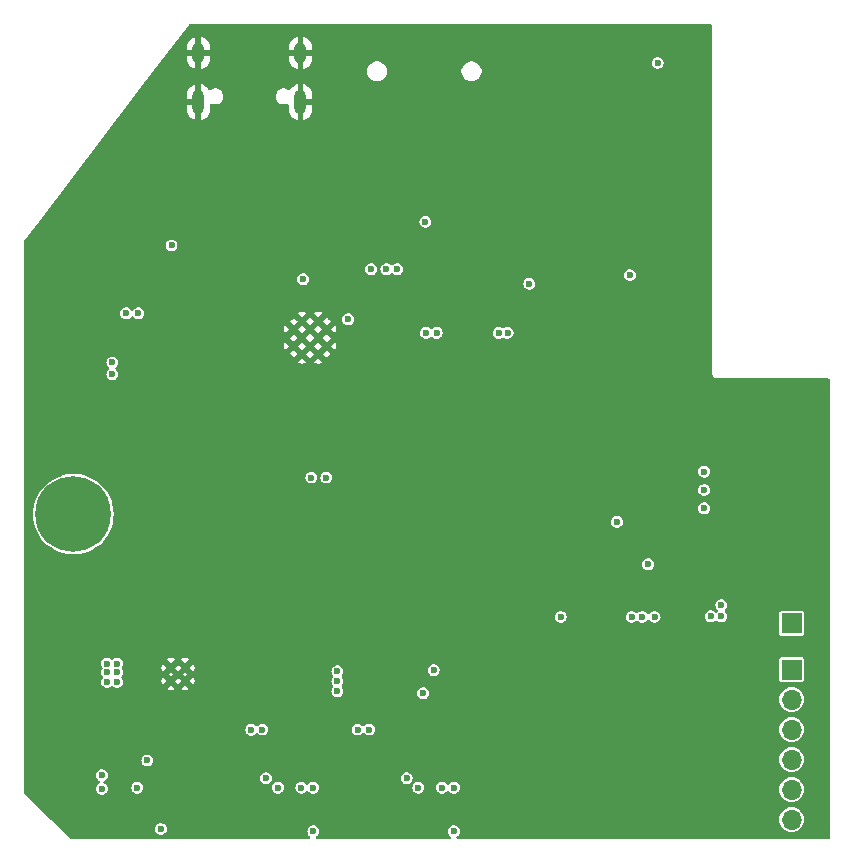
<source format=gbr>
%TF.GenerationSoftware,KiCad,Pcbnew,8.0.5*%
%TF.CreationDate,2024-10-16T11:49:29+02:00*%
%TF.ProjectId,Leiterkarte-v2,4c656974-6572-46b6-9172-74652d76322e,rev?*%
%TF.SameCoordinates,Original*%
%TF.FileFunction,Copper,L3,Inr*%
%TF.FilePolarity,Positive*%
%FSLAX46Y46*%
G04 Gerber Fmt 4.6, Leading zero omitted, Abs format (unit mm)*
G04 Created by KiCad (PCBNEW 8.0.5) date 2024-10-16 11:49:29*
%MOMM*%
%LPD*%
G01*
G04 APERTURE LIST*
%TA.AperFunction,HeatsinkPad*%
%ADD10C,0.600000*%
%TD*%
%TA.AperFunction,ComponentPad*%
%ADD11R,1.700000X1.700000*%
%TD*%
%TA.AperFunction,ComponentPad*%
%ADD12O,1.700000X1.700000*%
%TD*%
%TA.AperFunction,ComponentPad*%
%ADD13O,1.000000X2.100000*%
%TD*%
%TA.AperFunction,ComponentPad*%
%ADD14O,1.000000X1.800000*%
%TD*%
%TA.AperFunction,ComponentPad*%
%ADD15C,6.400000*%
%TD*%
%TA.AperFunction,ComponentPad*%
%ADD16C,0.600000*%
%TD*%
%TA.AperFunction,ViaPad*%
%ADD17C,0.600000*%
%TD*%
G04 APERTURE END LIST*
D10*
%TO.N,GND*%
%TO.C,ESP1*%
X111040000Y-73900000D03*
X109640000Y-73900000D03*
X111740000Y-74600000D03*
X110340000Y-74600000D03*
X108940000Y-74600000D03*
X111040000Y-75300000D03*
X109640000Y-75300000D03*
X111740000Y-76000000D03*
X110340000Y-76000000D03*
X108940000Y-76000000D03*
X111040000Y-76700000D03*
X109640000Y-76700000D03*
%TD*%
D11*
%TO.N,+3.3V*%
%TO.C,Buttons1*%
X151100000Y-103400000D03*
D12*
X151100000Y-105940000D03*
X151100000Y-108480000D03*
%TO.N,Button1*%
X151100000Y-111020000D03*
%TO.N,Button2*%
X151100000Y-113560000D03*
%TO.N,Button3*%
X151100000Y-116100000D03*
%TD*%
D13*
%TO.N,GND*%
%TO.C,USBC1*%
X109520000Y-55380000D03*
X100880000Y-55380000D03*
D14*
X109520000Y-51200000D03*
X100880000Y-51200000D03*
%TD*%
D15*
%TO.N,Net-(Vcc1-Pin_1)*%
%TO.C,Vcc1*%
X90300000Y-90250000D03*
%TD*%
%TO.N,GND*%
%TO.C,GND1*%
X122100000Y-90250000D03*
%TD*%
D11*
%TO.N,Net-(RPM1-Pin_1)*%
%TO.C,RPM1*%
X151100000Y-99500000D03*
%TD*%
D16*
%TO.N,GND*%
%TO.C,5V1*%
X99750000Y-104350000D03*
X99750000Y-103250000D03*
X99750000Y-101950000D03*
X99750000Y-100750000D03*
X98550000Y-104350000D03*
X98550000Y-103250000D03*
X98550000Y-101950000D03*
X98550000Y-100750000D03*
%TD*%
D17*
%TO.N,GND*%
X145800000Y-115150000D03*
X145800000Y-110050000D03*
X145800000Y-112600000D03*
X140925000Y-79650000D03*
X140950000Y-83850000D03*
X108200000Y-51200000D03*
X107700000Y-59800000D03*
X102000000Y-71100000D03*
X92250000Y-67500000D03*
X136950000Y-68000000D03*
X143250000Y-94600000D03*
X121200000Y-76800000D03*
X128800000Y-55600000D03*
X148300000Y-101600000D03*
X118050000Y-87050000D03*
X138400000Y-57050000D03*
X107450000Y-104450000D03*
X109500000Y-57450000D03*
X140350000Y-89150000D03*
X138900000Y-88050000D03*
X122300000Y-65200000D03*
X95100000Y-103200000D03*
X99600000Y-55400000D03*
X100900000Y-57250000D03*
X99600000Y-51200000D03*
X141500000Y-100400000D03*
X137650000Y-87150000D03*
X106450000Y-100400000D03*
X93700000Y-116700000D03*
X122550000Y-101950000D03*
X126200000Y-76800000D03*
X119300000Y-68050000D03*
X130500000Y-57050000D03*
X106450000Y-97950000D03*
X103450000Y-60950000D03*
X93250000Y-70200000D03*
X91400000Y-82700000D03*
X131150000Y-71700000D03*
X147700000Y-94650000D03*
%TO.N,+3.3V*%
X143700000Y-89750000D03*
X127050000Y-74900000D03*
X117700000Y-69500000D03*
X115350000Y-108480000D03*
X126300000Y-74900000D03*
X106300000Y-108480000D03*
X95800000Y-73250000D03*
X143700000Y-88200000D03*
X92700000Y-112350000D03*
X116800000Y-69500000D03*
X143700000Y-86650000D03*
X92700000Y-113500000D03*
X120150000Y-74900000D03*
X93600000Y-78400000D03*
X93600000Y-77400000D03*
X121050000Y-74900000D03*
X114350000Y-108480000D03*
X105350000Y-108500000D03*
X94750000Y-73250000D03*
X120100000Y-65500000D03*
%TO.N,Net-(VRCond1-IN-)*%
X136300000Y-90900000D03*
X138950000Y-94500000D03*
%TO.N,VCC*%
X94000000Y-103650000D03*
X94000000Y-104450000D03*
X93150000Y-103650000D03*
X94000000Y-102900000D03*
X93150000Y-104450000D03*
X93150000Y-102900000D03*
%TO.N,+5V*%
X145150000Y-97950000D03*
X112650000Y-103550000D03*
X145150000Y-98900000D03*
%TO.N,+3.3V*%
X128900000Y-70750000D03*
%TO.N,+5V*%
X139750000Y-52050000D03*
X137550000Y-98950000D03*
X112650000Y-105250000D03*
X138450000Y-98950000D03*
X112650000Y-104400000D03*
X139500000Y-98950000D03*
X131550000Y-98950000D03*
X144250000Y-98900000D03*
%TO.N,Net-(ESP1-EN)*%
X115500000Y-69500000D03*
X98600000Y-67500000D03*
%TO.N,CLK*%
X111700000Y-87150000D03*
X119900000Y-105400000D03*
X119500000Y-113400000D03*
X95700000Y-113400000D03*
X107600000Y-113400000D03*
%TO.N,DIN*%
X106600000Y-112600000D03*
X118500000Y-112600000D03*
X96550000Y-111100000D03*
%TO.N,CS3*%
X110450000Y-87150000D03*
X120800000Y-103450000D03*
%TO.N,DC*%
X109600000Y-113400000D03*
X121500000Y-113400000D03*
X97700000Y-116900000D03*
%TO.N,RST*%
X122500000Y-113400000D03*
X110600000Y-113400000D03*
X122500000Y-117100000D03*
X110600000Y-117100000D03*
%TO.N,TEMP2*%
X113550000Y-73750000D03*
X109750000Y-70350000D03*
%TO.N,GND*%
X101750000Y-83800000D03*
%TO.N,+3.3V*%
X137400000Y-70000000D03*
%TD*%
%TA.AperFunction,Conductor*%
%TO.N,GND*%
G36*
X144285180Y-48762826D02*
G01*
X144330935Y-48815630D01*
X144342141Y-48867141D01*
X144342141Y-78308532D01*
X144376249Y-78435828D01*
X144409195Y-78492891D01*
X144442141Y-78549955D01*
X144535327Y-78643141D01*
X144649455Y-78709033D01*
X144776749Y-78743141D01*
X144908533Y-78743141D01*
X154218141Y-78743141D01*
X154285180Y-78762826D01*
X154330935Y-78815630D01*
X154342141Y-78867141D01*
X154342141Y-117618141D01*
X154322456Y-117685180D01*
X154269652Y-117730935D01*
X154218141Y-117742141D01*
X122848868Y-117742141D01*
X122781829Y-117722456D01*
X122736074Y-117669652D01*
X122726130Y-117600494D01*
X122755155Y-117536938D01*
X122781826Y-117513826D01*
X122831128Y-117482143D01*
X122925377Y-117373373D01*
X122985165Y-117242457D01*
X123005647Y-117100000D01*
X122985165Y-116957543D01*
X122925377Y-116826627D01*
X122831128Y-116717857D01*
X122710053Y-116640047D01*
X122710051Y-116640046D01*
X122710049Y-116640045D01*
X122710050Y-116640045D01*
X122571963Y-116599500D01*
X122571961Y-116599500D01*
X122428039Y-116599500D01*
X122428036Y-116599500D01*
X122289949Y-116640045D01*
X122168873Y-116717856D01*
X122074623Y-116826626D01*
X122074622Y-116826628D01*
X122014834Y-116957543D01*
X121994353Y-117100000D01*
X122014834Y-117242456D01*
X122032959Y-117282143D01*
X122074623Y-117373373D01*
X122168872Y-117482143D01*
X122218171Y-117513826D01*
X122263926Y-117566629D01*
X122273870Y-117635787D01*
X122244845Y-117699343D01*
X122186067Y-117737118D01*
X122151132Y-117742141D01*
X110948868Y-117742141D01*
X110881829Y-117722456D01*
X110836074Y-117669652D01*
X110826130Y-117600494D01*
X110855155Y-117536938D01*
X110881826Y-117513826D01*
X110931128Y-117482143D01*
X111025377Y-117373373D01*
X111085165Y-117242457D01*
X111105647Y-117100000D01*
X111085165Y-116957543D01*
X111025377Y-116826627D01*
X110931128Y-116717857D01*
X110810053Y-116640047D01*
X110810051Y-116640046D01*
X110810049Y-116640045D01*
X110810050Y-116640045D01*
X110671963Y-116599500D01*
X110671961Y-116599500D01*
X110528039Y-116599500D01*
X110528036Y-116599500D01*
X110389949Y-116640045D01*
X110268873Y-116717856D01*
X110174623Y-116826626D01*
X110174622Y-116826628D01*
X110114834Y-116957543D01*
X110094353Y-117100000D01*
X110114834Y-117242456D01*
X110132959Y-117282143D01*
X110174623Y-117373373D01*
X110268872Y-117482143D01*
X110318171Y-117513826D01*
X110363926Y-117566629D01*
X110373870Y-117635787D01*
X110344845Y-117699343D01*
X110286067Y-117737118D01*
X110251132Y-117742141D01*
X90101317Y-117742141D01*
X90034278Y-117722456D01*
X90013636Y-117705822D01*
X89207814Y-116900000D01*
X97194353Y-116900000D01*
X97214834Y-117042456D01*
X97229802Y-117075230D01*
X97274623Y-117173373D01*
X97368872Y-117282143D01*
X97489947Y-117359953D01*
X97489950Y-117359954D01*
X97489949Y-117359954D01*
X97628036Y-117400499D01*
X97628038Y-117400500D01*
X97628039Y-117400500D01*
X97771962Y-117400500D01*
X97771962Y-117400499D01*
X97910053Y-117359953D01*
X98031128Y-117282143D01*
X98125377Y-117173373D01*
X98185165Y-117042457D01*
X98205647Y-116900000D01*
X98185165Y-116757543D01*
X98125377Y-116626627D01*
X98031128Y-116517857D01*
X97910053Y-116440047D01*
X97910051Y-116440046D01*
X97910049Y-116440045D01*
X97910050Y-116440045D01*
X97771963Y-116399500D01*
X97771961Y-116399500D01*
X97628039Y-116399500D01*
X97628036Y-116399500D01*
X97489949Y-116440045D01*
X97368873Y-116517856D01*
X97274623Y-116626626D01*
X97274622Y-116626628D01*
X97214834Y-116757543D01*
X97194353Y-116900000D01*
X89207814Y-116900000D01*
X88407814Y-116100000D01*
X150044417Y-116100000D01*
X150064699Y-116305932D01*
X150064700Y-116305934D01*
X150124768Y-116503954D01*
X150222315Y-116686450D01*
X150222317Y-116686452D01*
X150353589Y-116846410D01*
X150418890Y-116900000D01*
X150513550Y-116977685D01*
X150696046Y-117075232D01*
X150894066Y-117135300D01*
X150894065Y-117135300D01*
X150912529Y-117137118D01*
X151100000Y-117155583D01*
X151305934Y-117135300D01*
X151503954Y-117075232D01*
X151686450Y-116977685D01*
X151846410Y-116846410D01*
X151977685Y-116686450D01*
X152075232Y-116503954D01*
X152135300Y-116305934D01*
X152155583Y-116100000D01*
X152135300Y-115894066D01*
X152075232Y-115696046D01*
X151977685Y-115513550D01*
X151925702Y-115450209D01*
X151846410Y-115353589D01*
X151686452Y-115222317D01*
X151686453Y-115222317D01*
X151686450Y-115222315D01*
X151503954Y-115124768D01*
X151305934Y-115064700D01*
X151305932Y-115064699D01*
X151305934Y-115064699D01*
X151100000Y-115044417D01*
X150894067Y-115064699D01*
X150696043Y-115124769D01*
X150585898Y-115183643D01*
X150513550Y-115222315D01*
X150513548Y-115222316D01*
X150513547Y-115222317D01*
X150353589Y-115353589D01*
X150222317Y-115513547D01*
X150124769Y-115696043D01*
X150064699Y-115894067D01*
X150044417Y-116100000D01*
X88407814Y-116100000D01*
X86136819Y-113829005D01*
X86103334Y-113767682D01*
X86100500Y-113741324D01*
X86100500Y-112350000D01*
X92194353Y-112350000D01*
X92214834Y-112492456D01*
X92229560Y-112524700D01*
X92274623Y-112623373D01*
X92368872Y-112732143D01*
X92489947Y-112809953D01*
X92489949Y-112809953D01*
X92494882Y-112812207D01*
X92547685Y-112857964D01*
X92567367Y-112925004D01*
X92547680Y-112992043D01*
X92494882Y-113037793D01*
X92489948Y-113040046D01*
X92368873Y-113117856D01*
X92274623Y-113226626D01*
X92274622Y-113226628D01*
X92214834Y-113357543D01*
X92194353Y-113500000D01*
X92214834Y-113642456D01*
X92271225Y-113765932D01*
X92274623Y-113773373D01*
X92368872Y-113882143D01*
X92489947Y-113959953D01*
X92489950Y-113959954D01*
X92489949Y-113959954D01*
X92628036Y-114000499D01*
X92628038Y-114000500D01*
X92628039Y-114000500D01*
X92771962Y-114000500D01*
X92771962Y-114000499D01*
X92910053Y-113959953D01*
X93031128Y-113882143D01*
X93125377Y-113773373D01*
X93185165Y-113642457D01*
X93205647Y-113500000D01*
X93191269Y-113400000D01*
X95194353Y-113400000D01*
X95214834Y-113542456D01*
X95260504Y-113642457D01*
X95274623Y-113673373D01*
X95368872Y-113782143D01*
X95489947Y-113859953D01*
X95489950Y-113859954D01*
X95489949Y-113859954D01*
X95628036Y-113900499D01*
X95628038Y-113900500D01*
X95628039Y-113900500D01*
X95771962Y-113900500D01*
X95771962Y-113900499D01*
X95910053Y-113859953D01*
X96031128Y-113782143D01*
X96125377Y-113673373D01*
X96185165Y-113542457D01*
X96205647Y-113400000D01*
X107094353Y-113400000D01*
X107114834Y-113542456D01*
X107160504Y-113642457D01*
X107174623Y-113673373D01*
X107268872Y-113782143D01*
X107389947Y-113859953D01*
X107389950Y-113859954D01*
X107389949Y-113859954D01*
X107528036Y-113900499D01*
X107528038Y-113900500D01*
X107528039Y-113900500D01*
X107671962Y-113900500D01*
X107671962Y-113900499D01*
X107810053Y-113859953D01*
X107931128Y-113782143D01*
X108025377Y-113673373D01*
X108085165Y-113542457D01*
X108105647Y-113400000D01*
X109094353Y-113400000D01*
X109114834Y-113542456D01*
X109160504Y-113642457D01*
X109174623Y-113673373D01*
X109268872Y-113782143D01*
X109389947Y-113859953D01*
X109389950Y-113859954D01*
X109389949Y-113859954D01*
X109528036Y-113900499D01*
X109528038Y-113900500D01*
X109528039Y-113900500D01*
X109671962Y-113900500D01*
X109671962Y-113900499D01*
X109810053Y-113859953D01*
X109931128Y-113782143D01*
X110006287Y-113695403D01*
X110065064Y-113657629D01*
X110134934Y-113657629D01*
X110193712Y-113695403D01*
X110193713Y-113695404D01*
X110256341Y-113767682D01*
X110268872Y-113782143D01*
X110389947Y-113859953D01*
X110389950Y-113859954D01*
X110389949Y-113859954D01*
X110528036Y-113900499D01*
X110528038Y-113900500D01*
X110528039Y-113900500D01*
X110671962Y-113900500D01*
X110671962Y-113900499D01*
X110810053Y-113859953D01*
X110931128Y-113782143D01*
X111025377Y-113673373D01*
X111085165Y-113542457D01*
X111105647Y-113400000D01*
X118994353Y-113400000D01*
X119014834Y-113542456D01*
X119060504Y-113642457D01*
X119074623Y-113673373D01*
X119168872Y-113782143D01*
X119289947Y-113859953D01*
X119289950Y-113859954D01*
X119289949Y-113859954D01*
X119428036Y-113900499D01*
X119428038Y-113900500D01*
X119428039Y-113900500D01*
X119571962Y-113900500D01*
X119571962Y-113900499D01*
X119710053Y-113859953D01*
X119831128Y-113782143D01*
X119925377Y-113673373D01*
X119985165Y-113542457D01*
X120005647Y-113400000D01*
X120994353Y-113400000D01*
X121014834Y-113542456D01*
X121060504Y-113642457D01*
X121074623Y-113673373D01*
X121168872Y-113782143D01*
X121289947Y-113859953D01*
X121289950Y-113859954D01*
X121289949Y-113859954D01*
X121428036Y-113900499D01*
X121428038Y-113900500D01*
X121428039Y-113900500D01*
X121571962Y-113900500D01*
X121571962Y-113900499D01*
X121710053Y-113859953D01*
X121831128Y-113782143D01*
X121906287Y-113695403D01*
X121965064Y-113657629D01*
X122034934Y-113657629D01*
X122093712Y-113695403D01*
X122093713Y-113695404D01*
X122156341Y-113767682D01*
X122168872Y-113782143D01*
X122289947Y-113859953D01*
X122289950Y-113859954D01*
X122289949Y-113859954D01*
X122428036Y-113900499D01*
X122428038Y-113900500D01*
X122428039Y-113900500D01*
X122571962Y-113900500D01*
X122571962Y-113900499D01*
X122710053Y-113859953D01*
X122831128Y-113782143D01*
X122925377Y-113673373D01*
X122977153Y-113560000D01*
X150044417Y-113560000D01*
X150064699Y-113765932D01*
X150069617Y-113782143D01*
X150124768Y-113963954D01*
X150222315Y-114146450D01*
X150222317Y-114146452D01*
X150353589Y-114306410D01*
X150450209Y-114385702D01*
X150513550Y-114437685D01*
X150696046Y-114535232D01*
X150894066Y-114595300D01*
X150894065Y-114595300D01*
X150912529Y-114597118D01*
X151100000Y-114615583D01*
X151305934Y-114595300D01*
X151503954Y-114535232D01*
X151686450Y-114437685D01*
X151846410Y-114306410D01*
X151977685Y-114146450D01*
X152075232Y-113963954D01*
X152135300Y-113765934D01*
X152155583Y-113560000D01*
X152135300Y-113354066D01*
X152075232Y-113156046D01*
X151977685Y-112973550D01*
X151916914Y-112899500D01*
X151846410Y-112813589D01*
X151686452Y-112682317D01*
X151686453Y-112682317D01*
X151686450Y-112682315D01*
X151503954Y-112584768D01*
X151305934Y-112524700D01*
X151305932Y-112524699D01*
X151305934Y-112524699D01*
X151100000Y-112504417D01*
X150894067Y-112524699D01*
X150696043Y-112584769D01*
X150585898Y-112643643D01*
X150513550Y-112682315D01*
X150513548Y-112682316D01*
X150513547Y-112682317D01*
X150353589Y-112813589D01*
X150222317Y-112973547D01*
X150222315Y-112973550D01*
X150198633Y-113017856D01*
X150124769Y-113156043D01*
X150064699Y-113354067D01*
X150044417Y-113560000D01*
X122977153Y-113560000D01*
X122985165Y-113542457D01*
X123005647Y-113400000D01*
X122985165Y-113257543D01*
X122925377Y-113126627D01*
X122831128Y-113017857D01*
X122710053Y-112940047D01*
X122710051Y-112940046D01*
X122710049Y-112940045D01*
X122710050Y-112940045D01*
X122571963Y-112899500D01*
X122571961Y-112899500D01*
X122428039Y-112899500D01*
X122428036Y-112899500D01*
X122289949Y-112940045D01*
X122168873Y-113017856D01*
X122168872Y-113017856D01*
X122168872Y-113017857D01*
X122149645Y-113040047D01*
X122093713Y-113104596D01*
X122034935Y-113142370D01*
X121965065Y-113142370D01*
X121906287Y-113104596D01*
X121902737Y-113100499D01*
X121831128Y-113017857D01*
X121710053Y-112940047D01*
X121710051Y-112940046D01*
X121710049Y-112940045D01*
X121710050Y-112940045D01*
X121571963Y-112899500D01*
X121571961Y-112899500D01*
X121428039Y-112899500D01*
X121428036Y-112899500D01*
X121289949Y-112940045D01*
X121168873Y-113017856D01*
X121074623Y-113126626D01*
X121074622Y-113126628D01*
X121014834Y-113257543D01*
X120994353Y-113400000D01*
X120005647Y-113400000D01*
X119985165Y-113257543D01*
X119925377Y-113126627D01*
X119831128Y-113017857D01*
X119710053Y-112940047D01*
X119710051Y-112940046D01*
X119710049Y-112940045D01*
X119710050Y-112940045D01*
X119571963Y-112899500D01*
X119571961Y-112899500D01*
X119428039Y-112899500D01*
X119428036Y-112899500D01*
X119289949Y-112940045D01*
X119168873Y-113017856D01*
X119074623Y-113126626D01*
X119074622Y-113126628D01*
X119014834Y-113257543D01*
X118994353Y-113400000D01*
X111105647Y-113400000D01*
X111085165Y-113257543D01*
X111025377Y-113126627D01*
X110931128Y-113017857D01*
X110810053Y-112940047D01*
X110810051Y-112940046D01*
X110810049Y-112940045D01*
X110810050Y-112940045D01*
X110671963Y-112899500D01*
X110671961Y-112899500D01*
X110528039Y-112899500D01*
X110528036Y-112899500D01*
X110389949Y-112940045D01*
X110268873Y-113017856D01*
X110268872Y-113017856D01*
X110268872Y-113017857D01*
X110249645Y-113040047D01*
X110193713Y-113104596D01*
X110134935Y-113142370D01*
X110065065Y-113142370D01*
X110006287Y-113104596D01*
X110002737Y-113100499D01*
X109931128Y-113017857D01*
X109810053Y-112940047D01*
X109810051Y-112940046D01*
X109810049Y-112940045D01*
X109810050Y-112940045D01*
X109671963Y-112899500D01*
X109671961Y-112899500D01*
X109528039Y-112899500D01*
X109528036Y-112899500D01*
X109389949Y-112940045D01*
X109268873Y-113017856D01*
X109174623Y-113126626D01*
X109174622Y-113126628D01*
X109114834Y-113257543D01*
X109094353Y-113400000D01*
X108105647Y-113400000D01*
X108085165Y-113257543D01*
X108025377Y-113126627D01*
X107931128Y-113017857D01*
X107810053Y-112940047D01*
X107810051Y-112940046D01*
X107810049Y-112940045D01*
X107810050Y-112940045D01*
X107671963Y-112899500D01*
X107671961Y-112899500D01*
X107528039Y-112899500D01*
X107528036Y-112899500D01*
X107389949Y-112940045D01*
X107268873Y-113017856D01*
X107174623Y-113126626D01*
X107174622Y-113126628D01*
X107114834Y-113257543D01*
X107094353Y-113400000D01*
X96205647Y-113400000D01*
X96185165Y-113257543D01*
X96125377Y-113126627D01*
X96031128Y-113017857D01*
X95910053Y-112940047D01*
X95910051Y-112940046D01*
X95910049Y-112940045D01*
X95910050Y-112940045D01*
X95771963Y-112899500D01*
X95771961Y-112899500D01*
X95628039Y-112899500D01*
X95628036Y-112899500D01*
X95489949Y-112940045D01*
X95368873Y-113017856D01*
X95274623Y-113126626D01*
X95274622Y-113126628D01*
X95214834Y-113257543D01*
X95194353Y-113400000D01*
X93191269Y-113400000D01*
X93185165Y-113357543D01*
X93125377Y-113226627D01*
X93031128Y-113117857D01*
X92996581Y-113095655D01*
X92910051Y-113040045D01*
X92905120Y-113037794D01*
X92852316Y-112992039D01*
X92832632Y-112924999D01*
X92852317Y-112857960D01*
X92905120Y-112812206D01*
X92910051Y-112809954D01*
X92910053Y-112809953D01*
X93031128Y-112732143D01*
X93125377Y-112623373D01*
X93136051Y-112600000D01*
X106094353Y-112600000D01*
X106114834Y-112742456D01*
X106164177Y-112850500D01*
X106174623Y-112873373D01*
X106268872Y-112982143D01*
X106389947Y-113059953D01*
X106389950Y-113059954D01*
X106389949Y-113059954D01*
X106528036Y-113100499D01*
X106528038Y-113100500D01*
X106528039Y-113100500D01*
X106671962Y-113100500D01*
X106671962Y-113100499D01*
X106810053Y-113059953D01*
X106931128Y-112982143D01*
X107025377Y-112873373D01*
X107085165Y-112742457D01*
X107105647Y-112600000D01*
X117994353Y-112600000D01*
X118014834Y-112742456D01*
X118064177Y-112850500D01*
X118074623Y-112873373D01*
X118168872Y-112982143D01*
X118289947Y-113059953D01*
X118289950Y-113059954D01*
X118289949Y-113059954D01*
X118428036Y-113100499D01*
X118428038Y-113100500D01*
X118428039Y-113100500D01*
X118571962Y-113100500D01*
X118571962Y-113100499D01*
X118710053Y-113059953D01*
X118831128Y-112982143D01*
X118925377Y-112873373D01*
X118985165Y-112742457D01*
X119005647Y-112600000D01*
X118985165Y-112457543D01*
X118925377Y-112326627D01*
X118831128Y-112217857D01*
X118710053Y-112140047D01*
X118710051Y-112140046D01*
X118710049Y-112140045D01*
X118710050Y-112140045D01*
X118571963Y-112099500D01*
X118571961Y-112099500D01*
X118428039Y-112099500D01*
X118428036Y-112099500D01*
X118289949Y-112140045D01*
X118168873Y-112217856D01*
X118074623Y-112326626D01*
X118074622Y-112326628D01*
X118014834Y-112457543D01*
X117994353Y-112600000D01*
X107105647Y-112600000D01*
X107085165Y-112457543D01*
X107025377Y-112326627D01*
X106931128Y-112217857D01*
X106810053Y-112140047D01*
X106810051Y-112140046D01*
X106810049Y-112140045D01*
X106810050Y-112140045D01*
X106671963Y-112099500D01*
X106671961Y-112099500D01*
X106528039Y-112099500D01*
X106528036Y-112099500D01*
X106389949Y-112140045D01*
X106268873Y-112217856D01*
X106174623Y-112326626D01*
X106174622Y-112326628D01*
X106114834Y-112457543D01*
X106094353Y-112600000D01*
X93136051Y-112600000D01*
X93185165Y-112492457D01*
X93205647Y-112350000D01*
X93185165Y-112207543D01*
X93125377Y-112076627D01*
X93031128Y-111967857D01*
X92910053Y-111890047D01*
X92910051Y-111890046D01*
X92910049Y-111890045D01*
X92910050Y-111890045D01*
X92771963Y-111849500D01*
X92771961Y-111849500D01*
X92628039Y-111849500D01*
X92628036Y-111849500D01*
X92489949Y-111890045D01*
X92368873Y-111967856D01*
X92274623Y-112076626D01*
X92274622Y-112076628D01*
X92214834Y-112207543D01*
X92194353Y-112350000D01*
X86100500Y-112350000D01*
X86100500Y-111100000D01*
X96044353Y-111100000D01*
X96064834Y-111242456D01*
X96124622Y-111373371D01*
X96124623Y-111373373D01*
X96218872Y-111482143D01*
X96339947Y-111559953D01*
X96339950Y-111559954D01*
X96339949Y-111559954D01*
X96478036Y-111600499D01*
X96478038Y-111600500D01*
X96478039Y-111600500D01*
X96621962Y-111600500D01*
X96621962Y-111600499D01*
X96760053Y-111559953D01*
X96881128Y-111482143D01*
X96975377Y-111373373D01*
X97035165Y-111242457D01*
X97055647Y-111100000D01*
X97044145Y-111020000D01*
X150044417Y-111020000D01*
X150064699Y-111225932D01*
X150064700Y-111225934D01*
X150124768Y-111423954D01*
X150222315Y-111606450D01*
X150222317Y-111606452D01*
X150353589Y-111766410D01*
X150450209Y-111845702D01*
X150513550Y-111897685D01*
X150696046Y-111995232D01*
X150894066Y-112055300D01*
X150894065Y-112055300D01*
X150912529Y-112057118D01*
X151100000Y-112075583D01*
X151305934Y-112055300D01*
X151503954Y-111995232D01*
X151686450Y-111897685D01*
X151846410Y-111766410D01*
X151977685Y-111606450D01*
X152075232Y-111423954D01*
X152135300Y-111225934D01*
X152155583Y-111020000D01*
X152135300Y-110814066D01*
X152075232Y-110616046D01*
X151977685Y-110433550D01*
X151925702Y-110370209D01*
X151846410Y-110273589D01*
X151686452Y-110142317D01*
X151686453Y-110142317D01*
X151686450Y-110142315D01*
X151503954Y-110044768D01*
X151305934Y-109984700D01*
X151305932Y-109984699D01*
X151305934Y-109984699D01*
X151100000Y-109964417D01*
X150894067Y-109984699D01*
X150696043Y-110044769D01*
X150585898Y-110103643D01*
X150513550Y-110142315D01*
X150513548Y-110142316D01*
X150513547Y-110142317D01*
X150353589Y-110273589D01*
X150222317Y-110433547D01*
X150124769Y-110616043D01*
X150064699Y-110814067D01*
X150044417Y-111020000D01*
X97044145Y-111020000D01*
X97035165Y-110957543D01*
X96975377Y-110826627D01*
X96881128Y-110717857D01*
X96760053Y-110640047D01*
X96760051Y-110640046D01*
X96760049Y-110640045D01*
X96760050Y-110640045D01*
X96621963Y-110599500D01*
X96621961Y-110599500D01*
X96478039Y-110599500D01*
X96478036Y-110599500D01*
X96339949Y-110640045D01*
X96218873Y-110717856D01*
X96124623Y-110826626D01*
X96124622Y-110826628D01*
X96064834Y-110957543D01*
X96044353Y-111100000D01*
X86100500Y-111100000D01*
X86100500Y-108500000D01*
X104844353Y-108500000D01*
X104864834Y-108642456D01*
X104908299Y-108737629D01*
X104924623Y-108773373D01*
X105018872Y-108882143D01*
X105139947Y-108959953D01*
X105139950Y-108959954D01*
X105139949Y-108959954D01*
X105278036Y-109000499D01*
X105278038Y-109000500D01*
X105278039Y-109000500D01*
X105421962Y-109000500D01*
X105421962Y-109000499D01*
X105560053Y-108959953D01*
X105681128Y-108882143D01*
X105739952Y-108814256D01*
X105798730Y-108776481D01*
X105868599Y-108776481D01*
X105927376Y-108814253D01*
X105968872Y-108862143D01*
X106089947Y-108939953D01*
X106089950Y-108939954D01*
X106089949Y-108939954D01*
X106228036Y-108980499D01*
X106228038Y-108980500D01*
X106228039Y-108980500D01*
X106371962Y-108980500D01*
X106371962Y-108980499D01*
X106510053Y-108939953D01*
X106631128Y-108862143D01*
X106725377Y-108753373D01*
X106785165Y-108622457D01*
X106805647Y-108480000D01*
X113844353Y-108480000D01*
X113864834Y-108622456D01*
X113879566Y-108654714D01*
X113924623Y-108753373D01*
X114018872Y-108862143D01*
X114139947Y-108939953D01*
X114139950Y-108939954D01*
X114139949Y-108939954D01*
X114278036Y-108980499D01*
X114278038Y-108980500D01*
X114278039Y-108980500D01*
X114421962Y-108980500D01*
X114421962Y-108980499D01*
X114560053Y-108939953D01*
X114681128Y-108862143D01*
X114756287Y-108775403D01*
X114815064Y-108737629D01*
X114884934Y-108737629D01*
X114943711Y-108775402D01*
X115018872Y-108862143D01*
X115139947Y-108939953D01*
X115139950Y-108939954D01*
X115139949Y-108939954D01*
X115278036Y-108980499D01*
X115278038Y-108980500D01*
X115278039Y-108980500D01*
X115421962Y-108980500D01*
X115421962Y-108980499D01*
X115560053Y-108939953D01*
X115681128Y-108862143D01*
X115775377Y-108753373D01*
X115835165Y-108622457D01*
X115855647Y-108480000D01*
X150044417Y-108480000D01*
X150064699Y-108685932D01*
X150085157Y-108753373D01*
X150124768Y-108883954D01*
X150222315Y-109066450D01*
X150222317Y-109066452D01*
X150353589Y-109226410D01*
X150450209Y-109305702D01*
X150513550Y-109357685D01*
X150696046Y-109455232D01*
X150894066Y-109515300D01*
X150894065Y-109515300D01*
X150912529Y-109517118D01*
X151100000Y-109535583D01*
X151305934Y-109515300D01*
X151503954Y-109455232D01*
X151686450Y-109357685D01*
X151846410Y-109226410D01*
X151977685Y-109066450D01*
X152075232Y-108883954D01*
X152135300Y-108685934D01*
X152155583Y-108480000D01*
X152135300Y-108274066D01*
X152075232Y-108076046D01*
X151977685Y-107893550D01*
X151925702Y-107830209D01*
X151846410Y-107733589D01*
X151686452Y-107602317D01*
X151686453Y-107602317D01*
X151686450Y-107602315D01*
X151503954Y-107504768D01*
X151305934Y-107444700D01*
X151305932Y-107444699D01*
X151305934Y-107444699D01*
X151100000Y-107424417D01*
X150894067Y-107444699D01*
X150696043Y-107504769D01*
X150585898Y-107563643D01*
X150513550Y-107602315D01*
X150513548Y-107602316D01*
X150513547Y-107602317D01*
X150353589Y-107733589D01*
X150222317Y-107893547D01*
X150124769Y-108076043D01*
X150064699Y-108274067D01*
X150044417Y-108480000D01*
X115855647Y-108480000D01*
X115835165Y-108337543D01*
X115775377Y-108206627D01*
X115681128Y-108097857D01*
X115560053Y-108020047D01*
X115560051Y-108020046D01*
X115560049Y-108020045D01*
X115560050Y-108020045D01*
X115421963Y-107979500D01*
X115421961Y-107979500D01*
X115278039Y-107979500D01*
X115278036Y-107979500D01*
X115139949Y-108020045D01*
X115018873Y-108097856D01*
X114943713Y-108184596D01*
X114884935Y-108222370D01*
X114815065Y-108222370D01*
X114756287Y-108184596D01*
X114681128Y-108097857D01*
X114560053Y-108020047D01*
X114560051Y-108020046D01*
X114560049Y-108020045D01*
X114560050Y-108020045D01*
X114421963Y-107979500D01*
X114421961Y-107979500D01*
X114278039Y-107979500D01*
X114278036Y-107979500D01*
X114139949Y-108020045D01*
X114018873Y-108097856D01*
X113924623Y-108206626D01*
X113924622Y-108206628D01*
X113864834Y-108337543D01*
X113844353Y-108480000D01*
X106805647Y-108480000D01*
X106785165Y-108337543D01*
X106725377Y-108206627D01*
X106631128Y-108097857D01*
X106510053Y-108020047D01*
X106510051Y-108020046D01*
X106510049Y-108020045D01*
X106510050Y-108020045D01*
X106371963Y-107979500D01*
X106371961Y-107979500D01*
X106228039Y-107979500D01*
X106228036Y-107979500D01*
X106089949Y-108020045D01*
X105968872Y-108097856D01*
X105910046Y-108165745D01*
X105851268Y-108203518D01*
X105781398Y-108203518D01*
X105722621Y-108165743D01*
X105681128Y-108117857D01*
X105560053Y-108040047D01*
X105560051Y-108040046D01*
X105560049Y-108040045D01*
X105560050Y-108040045D01*
X105421963Y-107999500D01*
X105421961Y-107999500D01*
X105278039Y-107999500D01*
X105278036Y-107999500D01*
X105139949Y-108040045D01*
X105018873Y-108117856D01*
X104924623Y-108226626D01*
X104924622Y-108226628D01*
X104864834Y-108357543D01*
X104844353Y-108500000D01*
X86100500Y-108500000D01*
X86100500Y-105940000D01*
X150044417Y-105940000D01*
X150064699Y-106145932D01*
X150064700Y-106145934D01*
X150124768Y-106343954D01*
X150222315Y-106526450D01*
X150222317Y-106526452D01*
X150353589Y-106686410D01*
X150450209Y-106765702D01*
X150513550Y-106817685D01*
X150696046Y-106915232D01*
X150894066Y-106975300D01*
X150894065Y-106975300D01*
X150912529Y-106977118D01*
X151100000Y-106995583D01*
X151305934Y-106975300D01*
X151503954Y-106915232D01*
X151686450Y-106817685D01*
X151846410Y-106686410D01*
X151977685Y-106526450D01*
X152075232Y-106343954D01*
X152135300Y-106145934D01*
X152155583Y-105940000D01*
X152135300Y-105734066D01*
X152075232Y-105536046D01*
X151977685Y-105353550D01*
X151898895Y-105257543D01*
X151846410Y-105193589D01*
X151702314Y-105075334D01*
X151686450Y-105062315D01*
X151503954Y-104964768D01*
X151305934Y-104904700D01*
X151305932Y-104904699D01*
X151305934Y-104904699D01*
X151100000Y-104884417D01*
X150894067Y-104904699D01*
X150696043Y-104964769D01*
X150596726Y-105017856D01*
X150513550Y-105062315D01*
X150513548Y-105062316D01*
X150513547Y-105062317D01*
X150353589Y-105193589D01*
X150222317Y-105353547D01*
X150124769Y-105536043D01*
X150064699Y-105734067D01*
X150044417Y-105940000D01*
X86100500Y-105940000D01*
X86100500Y-105066660D01*
X98186892Y-105066660D01*
X98186892Y-105066661D01*
X98200692Y-105075333D01*
X98200691Y-105075333D01*
X98370861Y-105134878D01*
X98549997Y-105155062D01*
X98550003Y-105155062D01*
X98729138Y-105134878D01*
X98729141Y-105134877D01*
X98899305Y-105075334D01*
X98899306Y-105075334D01*
X98913106Y-105066661D01*
X98913106Y-105066660D01*
X99386892Y-105066660D01*
X99386892Y-105066661D01*
X99400692Y-105075333D01*
X99400691Y-105075333D01*
X99570861Y-105134878D01*
X99749997Y-105155062D01*
X99750003Y-105155062D01*
X99929138Y-105134878D01*
X99929141Y-105134877D01*
X100099305Y-105075334D01*
X100099306Y-105075334D01*
X100113106Y-105066661D01*
X100113106Y-105066660D01*
X99750001Y-104703553D01*
X99750000Y-104703553D01*
X99386892Y-105066660D01*
X98913106Y-105066660D01*
X98550001Y-104703553D01*
X98550000Y-104703553D01*
X98186892Y-105066660D01*
X86100500Y-105066660D01*
X86100500Y-102900000D01*
X92644353Y-102900000D01*
X92664834Y-103042456D01*
X92724622Y-103173371D01*
X92724625Y-103173377D01*
X92742321Y-103193799D01*
X92771345Y-103257355D01*
X92761401Y-103326513D01*
X92742321Y-103356201D01*
X92724625Y-103376622D01*
X92724622Y-103376628D01*
X92664834Y-103507543D01*
X92644353Y-103650000D01*
X92664834Y-103792456D01*
X92724622Y-103923371D01*
X92724625Y-103923377D01*
X92763983Y-103968798D01*
X92793008Y-104032353D01*
X92783064Y-104101512D01*
X92763983Y-104131202D01*
X92724625Y-104176622D01*
X92724622Y-104176628D01*
X92664834Y-104307543D01*
X92644353Y-104450000D01*
X92664834Y-104592456D01*
X92713631Y-104699304D01*
X92724623Y-104723373D01*
X92818872Y-104832143D01*
X92939947Y-104909953D01*
X92939950Y-104909954D01*
X92939949Y-104909954D01*
X93078036Y-104950499D01*
X93078038Y-104950500D01*
X93078039Y-104950500D01*
X93221962Y-104950500D01*
X93221962Y-104950499D01*
X93360053Y-104909953D01*
X93481128Y-104832143D01*
X93481285Y-104831961D01*
X93481486Y-104831832D01*
X93487828Y-104826337D01*
X93488617Y-104827248D01*
X93540059Y-104794186D01*
X93609929Y-104794182D01*
X93661384Y-104827246D01*
X93662172Y-104826337D01*
X93668492Y-104831813D01*
X93668705Y-104831950D01*
X93668872Y-104832143D01*
X93668873Y-104832144D01*
X93702534Y-104853776D01*
X93789947Y-104909953D01*
X93789950Y-104909954D01*
X93789949Y-104909954D01*
X93928036Y-104950499D01*
X93928038Y-104950500D01*
X93928039Y-104950500D01*
X94071962Y-104950500D01*
X94071962Y-104950499D01*
X94210053Y-104909953D01*
X94331128Y-104832143D01*
X94425377Y-104723373D01*
X94485165Y-104592457D01*
X94505647Y-104450000D01*
X94491269Y-104349997D01*
X97744938Y-104349997D01*
X97744938Y-104350002D01*
X97765121Y-104529138D01*
X97824665Y-104699304D01*
X97833338Y-104713107D01*
X98196446Y-104350000D01*
X98196446Y-104349999D01*
X98166610Y-104320163D01*
X98400000Y-104320163D01*
X98400000Y-104379837D01*
X98422836Y-104434968D01*
X98465032Y-104477164D01*
X98520163Y-104500000D01*
X98579837Y-104500000D01*
X98634968Y-104477164D01*
X98677164Y-104434968D01*
X98700000Y-104379837D01*
X98700000Y-104349999D01*
X98903553Y-104349999D01*
X99150000Y-104596446D01*
X99396446Y-104350001D01*
X99396446Y-104350000D01*
X99366609Y-104320163D01*
X99600000Y-104320163D01*
X99600000Y-104379837D01*
X99622836Y-104434968D01*
X99665032Y-104477164D01*
X99720163Y-104500000D01*
X99779837Y-104500000D01*
X99834968Y-104477164D01*
X99877164Y-104434968D01*
X99900000Y-104379837D01*
X99900000Y-104350000D01*
X100103553Y-104350000D01*
X100466660Y-104713106D01*
X100466661Y-104713106D01*
X100475334Y-104699306D01*
X100475334Y-104699305D01*
X100534877Y-104529141D01*
X100534878Y-104529138D01*
X100555062Y-104350002D01*
X100555062Y-104349997D01*
X100534878Y-104170861D01*
X100475333Y-104000692D01*
X100466661Y-103986892D01*
X100466660Y-103986892D01*
X100103553Y-104350000D01*
X99900000Y-104350000D01*
X99900000Y-104320163D01*
X99877164Y-104265032D01*
X99834968Y-104222836D01*
X99779837Y-104200000D01*
X99720163Y-104200000D01*
X99665032Y-104222836D01*
X99622836Y-104265032D01*
X99600000Y-104320163D01*
X99366609Y-104320163D01*
X99150000Y-104103553D01*
X98903553Y-104349999D01*
X98700000Y-104349999D01*
X98700000Y-104320163D01*
X98677164Y-104265032D01*
X98634968Y-104222836D01*
X98579837Y-104200000D01*
X98520163Y-104200000D01*
X98465032Y-104222836D01*
X98422836Y-104265032D01*
X98400000Y-104320163D01*
X98166610Y-104320163D01*
X97833338Y-103986891D01*
X97833337Y-103986891D01*
X97824667Y-104000691D01*
X97824662Y-104000701D01*
X97765122Y-104170858D01*
X97765121Y-104170861D01*
X97744938Y-104349997D01*
X94491269Y-104349997D01*
X94485165Y-104307543D01*
X94425377Y-104176627D01*
X94425375Y-104176625D01*
X94425374Y-104176622D01*
X94386017Y-104131203D01*
X94356991Y-104067648D01*
X94366934Y-103998489D01*
X94386017Y-103968797D01*
X94425374Y-103923377D01*
X94425374Y-103923375D01*
X94425377Y-103923373D01*
X94481721Y-103799999D01*
X98353553Y-103799999D01*
X98550000Y-103996446D01*
X98746446Y-103800001D01*
X98746446Y-103800000D01*
X98746445Y-103799999D01*
X99553553Y-103799999D01*
X99750000Y-103996446D01*
X99946446Y-103800001D01*
X99946446Y-103800000D01*
X99750000Y-103603553D01*
X99553553Y-103799999D01*
X98746445Y-103799999D01*
X98550000Y-103603553D01*
X98353553Y-103799999D01*
X94481721Y-103799999D01*
X94485165Y-103792457D01*
X94505647Y-103650000D01*
X94485165Y-103507543D01*
X94425377Y-103376627D01*
X94425375Y-103376625D01*
X94425374Y-103376622D01*
X94407680Y-103356203D01*
X94378654Y-103292648D01*
X94384786Y-103249997D01*
X97744938Y-103249997D01*
X97744938Y-103250002D01*
X97765121Y-103429138D01*
X97824665Y-103599304D01*
X97833338Y-103613107D01*
X98196446Y-103250000D01*
X98196446Y-103249999D01*
X98166610Y-103220163D01*
X98400000Y-103220163D01*
X98400000Y-103279837D01*
X98422836Y-103334968D01*
X98465032Y-103377164D01*
X98520163Y-103400000D01*
X98579837Y-103400000D01*
X98634968Y-103377164D01*
X98677164Y-103334968D01*
X98700000Y-103279837D01*
X98700000Y-103249999D01*
X98903553Y-103249999D01*
X99150000Y-103496446D01*
X99396446Y-103250001D01*
X99396446Y-103250000D01*
X99366609Y-103220163D01*
X99600000Y-103220163D01*
X99600000Y-103279837D01*
X99622836Y-103334968D01*
X99665032Y-103377164D01*
X99720163Y-103400000D01*
X99779837Y-103400000D01*
X99834968Y-103377164D01*
X99877164Y-103334968D01*
X99900000Y-103279837D01*
X99900000Y-103250000D01*
X100103553Y-103250000D01*
X100466660Y-103613106D01*
X100466661Y-103613106D01*
X100475334Y-103599306D01*
X100475334Y-103599305D01*
X100492587Y-103550000D01*
X112144353Y-103550000D01*
X112164834Y-103692456D01*
X112210504Y-103792457D01*
X112224623Y-103823373D01*
X112277697Y-103884624D01*
X112285646Y-103893798D01*
X112314670Y-103957354D01*
X112304726Y-104026512D01*
X112285646Y-104056202D01*
X112224623Y-104126627D01*
X112224622Y-104126628D01*
X112164834Y-104257543D01*
X112144353Y-104400000D01*
X112164834Y-104542456D01*
X112187669Y-104592456D01*
X112224623Y-104673373D01*
X112267946Y-104723371D01*
X112285646Y-104743798D01*
X112314670Y-104807354D01*
X112304726Y-104876512D01*
X112285646Y-104906202D01*
X112224623Y-104976627D01*
X112224622Y-104976628D01*
X112164834Y-105107543D01*
X112144353Y-105250000D01*
X112164834Y-105392456D01*
X112224622Y-105523371D01*
X112224623Y-105523373D01*
X112318872Y-105632143D01*
X112439947Y-105709953D01*
X112439950Y-105709954D01*
X112439949Y-105709954D01*
X112578036Y-105750499D01*
X112578038Y-105750500D01*
X112578039Y-105750500D01*
X112721962Y-105750500D01*
X112721962Y-105750499D01*
X112860053Y-105709953D01*
X112981128Y-105632143D01*
X113075377Y-105523373D01*
X113131720Y-105400000D01*
X119394353Y-105400000D01*
X119414834Y-105542456D01*
X119474622Y-105673371D01*
X119474623Y-105673373D01*
X119568872Y-105782143D01*
X119689947Y-105859953D01*
X119689950Y-105859954D01*
X119689949Y-105859954D01*
X119828036Y-105900499D01*
X119828038Y-105900500D01*
X119828039Y-105900500D01*
X119971962Y-105900500D01*
X119971962Y-105900499D01*
X120110053Y-105859953D01*
X120231128Y-105782143D01*
X120325377Y-105673373D01*
X120385165Y-105542457D01*
X120405647Y-105400000D01*
X120385165Y-105257543D01*
X120325377Y-105126627D01*
X120231128Y-105017857D01*
X120110053Y-104940047D01*
X120110051Y-104940046D01*
X120110049Y-104940045D01*
X120110050Y-104940045D01*
X119971963Y-104899500D01*
X119971961Y-104899500D01*
X119828039Y-104899500D01*
X119828036Y-104899500D01*
X119689949Y-104940045D01*
X119568873Y-105017856D01*
X119474623Y-105126626D01*
X119474622Y-105126628D01*
X119414834Y-105257543D01*
X119394353Y-105400000D01*
X113131720Y-105400000D01*
X113135165Y-105392457D01*
X113155647Y-105250000D01*
X113135165Y-105107543D01*
X113075377Y-104976627D01*
X113014353Y-104906201D01*
X112985329Y-104842647D01*
X112995273Y-104773489D01*
X113014351Y-104743800D01*
X113075377Y-104673373D01*
X113135165Y-104542457D01*
X113155647Y-104400000D01*
X113135165Y-104257543D01*
X113075377Y-104126627D01*
X113014353Y-104056201D01*
X112985329Y-103992647D01*
X112995273Y-103923489D01*
X113014351Y-103893800D01*
X113075377Y-103823373D01*
X113135165Y-103692457D01*
X113155647Y-103550000D01*
X113141269Y-103450000D01*
X120294353Y-103450000D01*
X120314834Y-103592456D01*
X120360504Y-103692457D01*
X120374623Y-103723373D01*
X120468872Y-103832143D01*
X120589947Y-103909953D01*
X120589950Y-103909954D01*
X120589949Y-103909954D01*
X120728036Y-103950499D01*
X120728038Y-103950500D01*
X120728039Y-103950500D01*
X120871962Y-103950500D01*
X120871962Y-103950499D01*
X121010053Y-103909953D01*
X121131128Y-103832143D01*
X121225377Y-103723373D01*
X121285165Y-103592457D01*
X121305647Y-103450000D01*
X121285165Y-103307543D01*
X121225377Y-103176627D01*
X121131128Y-103067857D01*
X121010053Y-102990047D01*
X121010051Y-102990046D01*
X121010049Y-102990045D01*
X121010050Y-102990045D01*
X120871963Y-102949500D01*
X120871961Y-102949500D01*
X120728039Y-102949500D01*
X120728036Y-102949500D01*
X120589949Y-102990045D01*
X120468873Y-103067856D01*
X120374623Y-103176626D01*
X120374622Y-103176628D01*
X120314834Y-103307543D01*
X120294353Y-103450000D01*
X113141269Y-103450000D01*
X113135165Y-103407543D01*
X113075377Y-103276627D01*
X112981128Y-103167857D01*
X112860053Y-103090047D01*
X112860051Y-103090046D01*
X112860049Y-103090045D01*
X112860050Y-103090045D01*
X112721963Y-103049500D01*
X112721961Y-103049500D01*
X112578039Y-103049500D01*
X112578036Y-103049500D01*
X112439949Y-103090045D01*
X112318873Y-103167856D01*
X112318872Y-103167856D01*
X112318872Y-103167857D01*
X112311274Y-103176626D01*
X112224623Y-103276626D01*
X112224622Y-103276628D01*
X112164834Y-103407543D01*
X112144353Y-103550000D01*
X100492587Y-103550000D01*
X100534877Y-103429141D01*
X100534878Y-103429138D01*
X100555062Y-103250002D01*
X100555062Y-103249997D01*
X100534878Y-103070861D01*
X100475333Y-102900692D01*
X100466661Y-102886892D01*
X100466660Y-102886892D01*
X100103553Y-103250000D01*
X99900000Y-103250000D01*
X99900000Y-103220163D01*
X99877164Y-103165032D01*
X99834968Y-103122836D01*
X99779837Y-103100000D01*
X99720163Y-103100000D01*
X99665032Y-103122836D01*
X99622836Y-103165032D01*
X99600000Y-103220163D01*
X99366609Y-103220163D01*
X99150000Y-103003553D01*
X98903553Y-103249999D01*
X98700000Y-103249999D01*
X98700000Y-103220163D01*
X98677164Y-103165032D01*
X98634968Y-103122836D01*
X98579837Y-103100000D01*
X98520163Y-103100000D01*
X98465032Y-103122836D01*
X98422836Y-103165032D01*
X98400000Y-103220163D01*
X98166610Y-103220163D01*
X97833338Y-102886891D01*
X97833337Y-102886891D01*
X97824667Y-102900691D01*
X97824662Y-102900701D01*
X97765122Y-103070858D01*
X97765121Y-103070861D01*
X97744938Y-103249997D01*
X94384786Y-103249997D01*
X94388597Y-103223489D01*
X94407680Y-103193797D01*
X94425374Y-103173377D01*
X94425374Y-103173375D01*
X94425377Y-103173373D01*
X94485165Y-103042457D01*
X94505647Y-102900000D01*
X94485165Y-102757543D01*
X94425377Y-102626627D01*
X94344541Y-102533337D01*
X98186891Y-102533337D01*
X98186891Y-102533338D01*
X98550000Y-102896446D01*
X98550001Y-102896446D01*
X98913107Y-102533338D01*
X98913105Y-102533337D01*
X99386891Y-102533337D01*
X99386891Y-102533338D01*
X99750000Y-102896446D01*
X99750001Y-102896446D01*
X100113107Y-102533338D01*
X100108188Y-102530247D01*
X150049500Y-102530247D01*
X150049500Y-104269752D01*
X150061131Y-104328229D01*
X150061132Y-104328230D01*
X150105447Y-104394552D01*
X150171769Y-104438867D01*
X150171770Y-104438868D01*
X150230247Y-104450499D01*
X150230250Y-104450500D01*
X150230252Y-104450500D01*
X151969750Y-104450500D01*
X151969751Y-104450499D01*
X151984568Y-104447552D01*
X152028229Y-104438868D01*
X152028229Y-104438867D01*
X152028231Y-104438867D01*
X152094552Y-104394552D01*
X152138867Y-104328231D01*
X152138867Y-104328229D01*
X152138868Y-104328229D01*
X152150499Y-104269752D01*
X152150500Y-104269750D01*
X152150500Y-102530249D01*
X152150499Y-102530247D01*
X152138868Y-102471770D01*
X152138867Y-102471769D01*
X152094552Y-102405447D01*
X152028230Y-102361132D01*
X152028229Y-102361131D01*
X151969752Y-102349500D01*
X151969748Y-102349500D01*
X150230252Y-102349500D01*
X150230247Y-102349500D01*
X150171770Y-102361131D01*
X150171769Y-102361132D01*
X150105447Y-102405447D01*
X150061132Y-102471769D01*
X150061131Y-102471770D01*
X150049500Y-102530247D01*
X100108188Y-102530247D01*
X100099304Y-102524665D01*
X99929138Y-102465121D01*
X99750003Y-102444938D01*
X99749997Y-102444938D01*
X99570861Y-102465121D01*
X99570858Y-102465122D01*
X99400701Y-102524662D01*
X99400691Y-102524667D01*
X99386891Y-102533337D01*
X98913105Y-102533337D01*
X98899304Y-102524665D01*
X98729138Y-102465121D01*
X98550003Y-102444938D01*
X98549997Y-102444938D01*
X98370861Y-102465121D01*
X98370858Y-102465122D01*
X98200701Y-102524662D01*
X98200691Y-102524667D01*
X98186891Y-102533337D01*
X94344541Y-102533337D01*
X94331128Y-102517857D01*
X94210053Y-102440047D01*
X94210051Y-102440046D01*
X94210049Y-102440045D01*
X94210050Y-102440045D01*
X94071963Y-102399500D01*
X94071961Y-102399500D01*
X93928039Y-102399500D01*
X93928036Y-102399500D01*
X93789949Y-102440045D01*
X93668872Y-102517857D01*
X93668711Y-102518043D01*
X93668504Y-102518175D01*
X93662172Y-102523663D01*
X93661382Y-102522752D01*
X93609932Y-102555816D01*
X93540063Y-102555814D01*
X93488617Y-102522752D01*
X93487828Y-102523663D01*
X93481495Y-102518175D01*
X93481289Y-102518043D01*
X93481128Y-102517857D01*
X93360053Y-102440047D01*
X93360051Y-102440046D01*
X93360049Y-102440045D01*
X93360050Y-102440045D01*
X93221963Y-102399500D01*
X93221961Y-102399500D01*
X93078039Y-102399500D01*
X93078036Y-102399500D01*
X92939949Y-102440045D01*
X92818873Y-102517856D01*
X92818872Y-102517856D01*
X92818872Y-102517857D01*
X92812973Y-102524665D01*
X92724623Y-102626626D01*
X92724622Y-102626628D01*
X92664834Y-102757543D01*
X92644353Y-102900000D01*
X86100500Y-102900000D01*
X86100500Y-98950000D01*
X131044353Y-98950000D01*
X131064834Y-99092456D01*
X131102514Y-99174962D01*
X131124623Y-99223373D01*
X131218872Y-99332143D01*
X131339947Y-99409953D01*
X131339950Y-99409954D01*
X131339949Y-99409954D01*
X131478036Y-99450499D01*
X131478038Y-99450500D01*
X131478039Y-99450500D01*
X131621962Y-99450500D01*
X131621962Y-99450499D01*
X131760053Y-99409953D01*
X131881128Y-99332143D01*
X131975377Y-99223373D01*
X132035165Y-99092457D01*
X132055647Y-98950000D01*
X137044353Y-98950000D01*
X137064834Y-99092456D01*
X137102514Y-99174962D01*
X137124623Y-99223373D01*
X137218872Y-99332143D01*
X137339947Y-99409953D01*
X137339950Y-99409954D01*
X137339949Y-99409954D01*
X137478036Y-99450499D01*
X137478038Y-99450500D01*
X137478039Y-99450500D01*
X137621962Y-99450500D01*
X137621962Y-99450499D01*
X137760053Y-99409953D01*
X137881128Y-99332143D01*
X137906288Y-99303106D01*
X137965065Y-99265333D01*
X138034935Y-99265333D01*
X138093711Y-99303106D01*
X138118872Y-99332143D01*
X138239947Y-99409953D01*
X138239950Y-99409954D01*
X138239949Y-99409954D01*
X138378036Y-99450499D01*
X138378038Y-99450500D01*
X138378039Y-99450500D01*
X138521962Y-99450500D01*
X138521962Y-99450499D01*
X138660053Y-99409953D01*
X138781128Y-99332143D01*
X138875377Y-99223373D01*
X138875378Y-99223371D01*
X138881185Y-99216670D01*
X138884026Y-99219132D01*
X138923397Y-99184962D01*
X138992547Y-99174962D01*
X139056126Y-99203935D01*
X139067870Y-99217488D01*
X139068815Y-99216670D01*
X139074622Y-99223372D01*
X139074623Y-99223373D01*
X139168872Y-99332143D01*
X139289947Y-99409953D01*
X139289950Y-99409954D01*
X139289949Y-99409954D01*
X139428036Y-99450499D01*
X139428038Y-99450500D01*
X139428039Y-99450500D01*
X139571962Y-99450500D01*
X139571962Y-99450499D01*
X139710053Y-99409953D01*
X139831128Y-99332143D01*
X139925377Y-99223373D01*
X139985165Y-99092457D01*
X140005647Y-98950000D01*
X139998458Y-98900000D01*
X143744353Y-98900000D01*
X143764834Y-99042456D01*
X143822834Y-99169456D01*
X143824623Y-99173373D01*
X143918872Y-99282143D01*
X144039947Y-99359953D01*
X144039950Y-99359954D01*
X144039949Y-99359954D01*
X144178036Y-99400499D01*
X144178038Y-99400500D01*
X144178039Y-99400500D01*
X144321962Y-99400500D01*
X144321962Y-99400499D01*
X144460053Y-99359953D01*
X144581128Y-99282143D01*
X144606288Y-99253106D01*
X144665065Y-99215333D01*
X144734935Y-99215333D01*
X144793711Y-99253106D01*
X144818872Y-99282143D01*
X144939947Y-99359953D01*
X144939950Y-99359954D01*
X144939949Y-99359954D01*
X145078036Y-99400499D01*
X145078038Y-99400500D01*
X145078039Y-99400500D01*
X145221962Y-99400500D01*
X145221962Y-99400499D01*
X145360053Y-99359953D01*
X145481128Y-99282143D01*
X145575377Y-99173373D01*
X145635165Y-99042457D01*
X145655647Y-98900000D01*
X145635165Y-98757543D01*
X145577030Y-98630247D01*
X150049500Y-98630247D01*
X150049500Y-100369752D01*
X150061131Y-100428229D01*
X150061132Y-100428230D01*
X150105447Y-100494552D01*
X150171769Y-100538867D01*
X150171770Y-100538868D01*
X150230247Y-100550499D01*
X150230250Y-100550500D01*
X150230252Y-100550500D01*
X151969750Y-100550500D01*
X151969751Y-100550499D01*
X151984568Y-100547552D01*
X152028229Y-100538868D01*
X152028229Y-100538867D01*
X152028231Y-100538867D01*
X152094552Y-100494552D01*
X152138867Y-100428231D01*
X152138867Y-100428229D01*
X152138868Y-100428229D01*
X152150499Y-100369752D01*
X152150500Y-100369750D01*
X152150500Y-98630249D01*
X152150499Y-98630247D01*
X152138868Y-98571770D01*
X152138867Y-98571769D01*
X152094552Y-98505447D01*
X152028230Y-98461132D01*
X152028229Y-98461131D01*
X151969752Y-98449500D01*
X151969748Y-98449500D01*
X150230252Y-98449500D01*
X150230247Y-98449500D01*
X150171770Y-98461131D01*
X150171769Y-98461132D01*
X150105447Y-98505447D01*
X150061132Y-98571769D01*
X150061131Y-98571770D01*
X150049500Y-98630247D01*
X145577030Y-98630247D01*
X145575377Y-98626627D01*
X145481128Y-98517857D01*
X145481126Y-98517855D01*
X145475320Y-98511155D01*
X145476564Y-98510076D01*
X145444341Y-98459936D01*
X145444341Y-98390066D01*
X145476565Y-98339923D01*
X145475320Y-98338845D01*
X145481126Y-98332144D01*
X145481128Y-98332143D01*
X145575377Y-98223373D01*
X145635165Y-98092457D01*
X145655647Y-97950000D01*
X145635165Y-97807543D01*
X145575377Y-97676627D01*
X145481128Y-97567857D01*
X145360053Y-97490047D01*
X145360051Y-97490046D01*
X145360049Y-97490045D01*
X145360050Y-97490045D01*
X145221963Y-97449500D01*
X145221961Y-97449500D01*
X145078039Y-97449500D01*
X145078036Y-97449500D01*
X144939949Y-97490045D01*
X144818873Y-97567856D01*
X144724623Y-97676626D01*
X144724622Y-97676628D01*
X144664834Y-97807543D01*
X144644353Y-97950000D01*
X144664834Y-98092456D01*
X144724622Y-98223371D01*
X144724623Y-98223373D01*
X144818872Y-98332143D01*
X144818873Y-98332143D01*
X144824680Y-98338845D01*
X144823436Y-98339922D01*
X144855661Y-98390075D01*
X144855655Y-98459944D01*
X144823435Y-98510078D01*
X144824679Y-98511156D01*
X144793712Y-98546893D01*
X144734933Y-98584667D01*
X144665064Y-98584666D01*
X144606288Y-98546893D01*
X144581127Y-98517856D01*
X144534502Y-98487892D01*
X144460053Y-98440047D01*
X144460051Y-98440046D01*
X144460049Y-98440045D01*
X144460050Y-98440045D01*
X144321963Y-98399500D01*
X144321961Y-98399500D01*
X144178039Y-98399500D01*
X144178036Y-98399500D01*
X144039949Y-98440045D01*
X143918873Y-98517856D01*
X143824623Y-98626626D01*
X143824622Y-98626628D01*
X143764834Y-98757543D01*
X143744353Y-98900000D01*
X139998458Y-98900000D01*
X139985165Y-98807543D01*
X139925377Y-98676627D01*
X139831128Y-98567857D01*
X139710053Y-98490047D01*
X139710051Y-98490046D01*
X139710049Y-98490045D01*
X139710050Y-98490045D01*
X139571963Y-98449500D01*
X139571961Y-98449500D01*
X139428039Y-98449500D01*
X139428036Y-98449500D01*
X139289949Y-98490045D01*
X139168873Y-98567856D01*
X139168872Y-98567856D01*
X139168872Y-98567857D01*
X139114810Y-98630249D01*
X139068815Y-98683330D01*
X139066010Y-98680900D01*
X139026279Y-98715185D01*
X138957101Y-98724986D01*
X138893605Y-98695831D01*
X138882091Y-98682544D01*
X138881185Y-98683330D01*
X138875376Y-98676626D01*
X138781128Y-98567857D01*
X138660053Y-98490047D01*
X138660051Y-98490046D01*
X138660049Y-98490045D01*
X138660050Y-98490045D01*
X138521963Y-98449500D01*
X138521961Y-98449500D01*
X138378039Y-98449500D01*
X138378036Y-98449500D01*
X138239949Y-98490045D01*
X138118872Y-98567856D01*
X138093712Y-98596893D01*
X138034933Y-98634667D01*
X137965064Y-98634666D01*
X137906288Y-98596893D01*
X137881127Y-98567856D01*
X137803326Y-98517857D01*
X137760053Y-98490047D01*
X137760051Y-98490046D01*
X137760049Y-98490045D01*
X137760050Y-98490045D01*
X137621963Y-98449500D01*
X137621961Y-98449500D01*
X137478039Y-98449500D01*
X137478036Y-98449500D01*
X137339949Y-98490045D01*
X137218873Y-98567856D01*
X137124623Y-98676626D01*
X137124622Y-98676628D01*
X137064834Y-98807543D01*
X137044353Y-98950000D01*
X132055647Y-98950000D01*
X132035165Y-98807543D01*
X131975377Y-98676627D01*
X131881128Y-98567857D01*
X131760053Y-98490047D01*
X131760051Y-98490046D01*
X131760049Y-98490045D01*
X131760050Y-98490045D01*
X131621963Y-98449500D01*
X131621961Y-98449500D01*
X131478039Y-98449500D01*
X131478036Y-98449500D01*
X131339949Y-98490045D01*
X131218873Y-98567856D01*
X131124623Y-98676626D01*
X131124622Y-98676628D01*
X131064834Y-98807543D01*
X131044353Y-98950000D01*
X86100500Y-98950000D01*
X86100500Y-94500000D01*
X138444353Y-94500000D01*
X138464834Y-94642456D01*
X138524622Y-94773371D01*
X138524623Y-94773373D01*
X138618872Y-94882143D01*
X138739947Y-94959953D01*
X138739950Y-94959954D01*
X138739949Y-94959954D01*
X138878036Y-95000499D01*
X138878038Y-95000500D01*
X138878039Y-95000500D01*
X139021962Y-95000500D01*
X139021962Y-95000499D01*
X139160053Y-94959953D01*
X139281128Y-94882143D01*
X139375377Y-94773373D01*
X139435165Y-94642457D01*
X139455647Y-94500000D01*
X139435165Y-94357543D01*
X139375377Y-94226627D01*
X139281128Y-94117857D01*
X139160053Y-94040047D01*
X139160051Y-94040046D01*
X139160049Y-94040045D01*
X139160050Y-94040045D01*
X139021963Y-93999500D01*
X139021961Y-93999500D01*
X138878039Y-93999500D01*
X138878036Y-93999500D01*
X138739949Y-94040045D01*
X138618873Y-94117856D01*
X138524623Y-94226626D01*
X138524622Y-94226628D01*
X138464834Y-94357543D01*
X138444353Y-94500000D01*
X86100500Y-94500000D01*
X86100500Y-90249997D01*
X86894506Y-90249997D01*
X86894506Y-90250002D01*
X86914469Y-90618196D01*
X86914470Y-90618213D01*
X86974122Y-90982068D01*
X86974128Y-90982094D01*
X87072768Y-91337365D01*
X87072770Y-91337371D01*
X87209255Y-91679926D01*
X87209261Y-91679938D01*
X87381973Y-92005708D01*
X87381976Y-92005713D01*
X87381978Y-92005716D01*
X87588910Y-92310917D01*
X87827627Y-92591956D01*
X88095330Y-92845538D01*
X88388881Y-93068690D01*
X88704838Y-93258795D01*
X88704840Y-93258796D01*
X88704842Y-93258797D01*
X88704846Y-93258799D01*
X89039486Y-93413620D01*
X89039497Y-93413625D01*
X89388934Y-93531364D01*
X89749052Y-93610632D01*
X90115630Y-93650500D01*
X90115636Y-93650500D01*
X90484364Y-93650500D01*
X90484370Y-93650500D01*
X90850948Y-93610632D01*
X91211066Y-93531364D01*
X91560503Y-93413625D01*
X91895162Y-93258795D01*
X92211119Y-93068690D01*
X92504670Y-92845538D01*
X92772373Y-92591956D01*
X93011090Y-92310917D01*
X93218022Y-92005716D01*
X93390743Y-91679930D01*
X93527227Y-91337379D01*
X93625875Y-90982081D01*
X93639331Y-90900000D01*
X135794353Y-90900000D01*
X135814834Y-91042456D01*
X135874622Y-91173371D01*
X135874623Y-91173373D01*
X135968872Y-91282143D01*
X136089947Y-91359953D01*
X136089950Y-91359954D01*
X136089949Y-91359954D01*
X136228036Y-91400499D01*
X136228038Y-91400500D01*
X136228039Y-91400500D01*
X136371962Y-91400500D01*
X136371962Y-91400499D01*
X136510053Y-91359953D01*
X136631128Y-91282143D01*
X136725377Y-91173373D01*
X136785165Y-91042457D01*
X136805647Y-90900000D01*
X136785165Y-90757543D01*
X136725377Y-90626627D01*
X136631128Y-90517857D01*
X136510053Y-90440047D01*
X136510051Y-90440046D01*
X136510049Y-90440045D01*
X136510050Y-90440045D01*
X136371963Y-90399500D01*
X136371961Y-90399500D01*
X136228039Y-90399500D01*
X136228036Y-90399500D01*
X136089949Y-90440045D01*
X135968873Y-90517856D01*
X135874623Y-90626626D01*
X135874622Y-90626628D01*
X135814834Y-90757543D01*
X135794353Y-90900000D01*
X93639331Y-90900000D01*
X93644237Y-90870077D01*
X93685529Y-90618213D01*
X93685529Y-90618210D01*
X93685531Y-90618199D01*
X93705494Y-90250000D01*
X93685531Y-89881801D01*
X93663923Y-89750000D01*
X143194353Y-89750000D01*
X143214834Y-89892456D01*
X143274622Y-90023371D01*
X143274623Y-90023373D01*
X143368872Y-90132143D01*
X143489947Y-90209953D01*
X143489950Y-90209954D01*
X143489949Y-90209954D01*
X143597107Y-90241417D01*
X143626336Y-90250000D01*
X143628036Y-90250499D01*
X143628038Y-90250500D01*
X143628039Y-90250500D01*
X143771962Y-90250500D01*
X143771962Y-90250499D01*
X143910053Y-90209953D01*
X144031128Y-90132143D01*
X144125377Y-90023373D01*
X144185165Y-89892457D01*
X144205647Y-89750000D01*
X144185165Y-89607543D01*
X144125377Y-89476627D01*
X144031128Y-89367857D01*
X143910053Y-89290047D01*
X143910051Y-89290046D01*
X143910049Y-89290045D01*
X143910050Y-89290045D01*
X143771963Y-89249500D01*
X143771961Y-89249500D01*
X143628039Y-89249500D01*
X143628036Y-89249500D01*
X143489949Y-89290045D01*
X143368873Y-89367856D01*
X143274623Y-89476626D01*
X143274622Y-89476628D01*
X143214834Y-89607543D01*
X143194353Y-89750000D01*
X93663923Y-89750000D01*
X93625875Y-89517919D01*
X93603748Y-89438226D01*
X93527231Y-89162634D01*
X93527229Y-89162628D01*
X93527228Y-89162627D01*
X93527227Y-89162621D01*
X93390743Y-88820070D01*
X93218022Y-88494284D01*
X93018492Y-88200000D01*
X143194353Y-88200000D01*
X143214834Y-88342456D01*
X143274622Y-88473371D01*
X143274623Y-88473373D01*
X143368872Y-88582143D01*
X143489947Y-88659953D01*
X143489950Y-88659954D01*
X143489949Y-88659954D01*
X143628036Y-88700499D01*
X143628038Y-88700500D01*
X143628039Y-88700500D01*
X143771962Y-88700500D01*
X143771962Y-88700499D01*
X143910053Y-88659953D01*
X144031128Y-88582143D01*
X144125377Y-88473373D01*
X144185165Y-88342457D01*
X144205647Y-88200000D01*
X144185165Y-88057543D01*
X144125377Y-87926627D01*
X144031128Y-87817857D01*
X143910053Y-87740047D01*
X143910051Y-87740046D01*
X143910049Y-87740045D01*
X143910050Y-87740045D01*
X143771963Y-87699500D01*
X143771961Y-87699500D01*
X143628039Y-87699500D01*
X143628036Y-87699500D01*
X143489949Y-87740045D01*
X143368873Y-87817856D01*
X143274623Y-87926626D01*
X143274622Y-87926628D01*
X143214834Y-88057543D01*
X143194353Y-88200000D01*
X93018492Y-88200000D01*
X93011090Y-88189083D01*
X92772373Y-87908044D01*
X92504670Y-87654462D01*
X92211119Y-87431310D01*
X91895162Y-87241205D01*
X91895161Y-87241204D01*
X91895157Y-87241202D01*
X91895153Y-87241200D01*
X91698027Y-87150000D01*
X109944353Y-87150000D01*
X109964834Y-87292456D01*
X110024622Y-87423371D01*
X110024623Y-87423373D01*
X110118872Y-87532143D01*
X110239947Y-87609953D01*
X110239950Y-87609954D01*
X110239949Y-87609954D01*
X110378036Y-87650499D01*
X110378038Y-87650500D01*
X110378039Y-87650500D01*
X110521962Y-87650500D01*
X110521962Y-87650499D01*
X110660053Y-87609953D01*
X110781128Y-87532143D01*
X110875377Y-87423373D01*
X110935165Y-87292457D01*
X110952262Y-87173542D01*
X110963014Y-87149999D01*
X111186986Y-87149999D01*
X111197738Y-87173543D01*
X111214834Y-87292456D01*
X111274622Y-87423371D01*
X111274623Y-87423373D01*
X111368872Y-87532143D01*
X111489947Y-87609953D01*
X111489950Y-87609954D01*
X111489949Y-87609954D01*
X111628036Y-87650499D01*
X111628038Y-87650500D01*
X111628039Y-87650500D01*
X111771962Y-87650500D01*
X111771962Y-87650499D01*
X111910053Y-87609953D01*
X112031128Y-87532143D01*
X112125377Y-87423373D01*
X112185165Y-87292457D01*
X112205647Y-87150000D01*
X112185165Y-87007543D01*
X112125377Y-86876627D01*
X112031128Y-86767857D01*
X111910053Y-86690047D01*
X111910051Y-86690046D01*
X111910049Y-86690045D01*
X111910050Y-86690045D01*
X111773666Y-86650000D01*
X143194353Y-86650000D01*
X143214834Y-86792456D01*
X143253275Y-86876628D01*
X143274623Y-86923373D01*
X143368872Y-87032143D01*
X143489947Y-87109953D01*
X143489950Y-87109954D01*
X143489949Y-87109954D01*
X143597107Y-87141417D01*
X143626336Y-87150000D01*
X143628036Y-87150499D01*
X143628038Y-87150500D01*
X143628039Y-87150500D01*
X143771962Y-87150500D01*
X143771962Y-87150499D01*
X143910053Y-87109953D01*
X144031128Y-87032143D01*
X144125377Y-86923373D01*
X144185165Y-86792457D01*
X144205647Y-86650000D01*
X144185165Y-86507543D01*
X144125377Y-86376627D01*
X144031128Y-86267857D01*
X143910053Y-86190047D01*
X143910051Y-86190046D01*
X143910049Y-86190045D01*
X143910050Y-86190045D01*
X143771963Y-86149500D01*
X143771961Y-86149500D01*
X143628039Y-86149500D01*
X143628036Y-86149500D01*
X143489949Y-86190045D01*
X143368873Y-86267856D01*
X143274623Y-86376626D01*
X143274622Y-86376628D01*
X143214834Y-86507543D01*
X143194353Y-86650000D01*
X111773666Y-86650000D01*
X111771963Y-86649500D01*
X111771961Y-86649500D01*
X111628039Y-86649500D01*
X111628036Y-86649500D01*
X111489949Y-86690045D01*
X111368873Y-86767856D01*
X111274623Y-86876626D01*
X111274622Y-86876628D01*
X111214834Y-87007543D01*
X111197738Y-87126456D01*
X111186986Y-87149999D01*
X110963014Y-87149999D01*
X110952262Y-87126456D01*
X110935165Y-87007543D01*
X110875377Y-86876627D01*
X110781128Y-86767857D01*
X110660053Y-86690047D01*
X110660051Y-86690046D01*
X110660049Y-86690045D01*
X110660050Y-86690045D01*
X110521963Y-86649500D01*
X110521961Y-86649500D01*
X110378039Y-86649500D01*
X110378036Y-86649500D01*
X110239949Y-86690045D01*
X110118873Y-86767856D01*
X110024623Y-86876626D01*
X110024622Y-86876628D01*
X109964834Y-87007543D01*
X109944353Y-87150000D01*
X91698027Y-87150000D01*
X91560513Y-87086379D01*
X91560508Y-87086377D01*
X91560503Y-87086375D01*
X91390172Y-87028983D01*
X91211065Y-86968635D01*
X90850946Y-86889367D01*
X90484371Y-86849500D01*
X90484370Y-86849500D01*
X90115630Y-86849500D01*
X90115628Y-86849500D01*
X89749053Y-86889367D01*
X89388934Y-86968635D01*
X89118812Y-87059650D01*
X89039497Y-87086375D01*
X89039494Y-87086376D01*
X89039486Y-87086379D01*
X88704846Y-87241200D01*
X88704842Y-87241202D01*
X88469538Y-87382779D01*
X88388881Y-87431310D01*
X88288410Y-87507685D01*
X88095330Y-87654461D01*
X88095330Y-87654462D01*
X87827626Y-87908044D01*
X87588909Y-88189083D01*
X87381979Y-88494282D01*
X87381973Y-88494291D01*
X87209261Y-88820061D01*
X87209255Y-88820073D01*
X87072770Y-89162628D01*
X87072768Y-89162634D01*
X86974128Y-89517905D01*
X86974122Y-89517931D01*
X86914470Y-89881786D01*
X86914469Y-89881803D01*
X86894506Y-90249997D01*
X86100500Y-90249997D01*
X86100500Y-77400000D01*
X93094353Y-77400000D01*
X93114834Y-77542456D01*
X93174622Y-77673371D01*
X93174623Y-77673373D01*
X93268872Y-77782143D01*
X93276324Y-77786932D01*
X93289943Y-77795685D01*
X93335698Y-77848489D01*
X93345641Y-77917648D01*
X93316615Y-77981203D01*
X93289943Y-78004315D01*
X93268874Y-78017855D01*
X93174623Y-78126626D01*
X93174622Y-78126628D01*
X93114834Y-78257543D01*
X93094353Y-78400000D01*
X93114834Y-78542456D01*
X93118259Y-78549955D01*
X93174623Y-78673373D01*
X93268872Y-78782143D01*
X93389947Y-78859953D01*
X93389950Y-78859954D01*
X93389949Y-78859954D01*
X93528036Y-78900499D01*
X93528038Y-78900500D01*
X93528039Y-78900500D01*
X93671962Y-78900500D01*
X93671962Y-78900499D01*
X93810053Y-78859953D01*
X93931128Y-78782143D01*
X94025377Y-78673373D01*
X94085165Y-78542457D01*
X94105647Y-78400000D01*
X94085165Y-78257543D01*
X94025377Y-78126627D01*
X93931128Y-78017857D01*
X93931125Y-78017855D01*
X93931125Y-78017854D01*
X93910058Y-78004316D01*
X93864302Y-77951513D01*
X93854358Y-77882354D01*
X93883382Y-77818798D01*
X93910058Y-77795684D01*
X93931125Y-77782145D01*
X93931125Y-77782144D01*
X93931128Y-77782143D01*
X94025377Y-77673373D01*
X94085165Y-77542457D01*
X94103252Y-77416660D01*
X109276892Y-77416660D01*
X109276892Y-77416661D01*
X109290692Y-77425333D01*
X109290691Y-77425333D01*
X109460861Y-77484878D01*
X109639997Y-77505062D01*
X109640003Y-77505062D01*
X109819138Y-77484878D01*
X109819141Y-77484877D01*
X109989305Y-77425334D01*
X109989306Y-77425334D01*
X110003106Y-77416661D01*
X110003106Y-77416660D01*
X110676892Y-77416660D01*
X110676892Y-77416661D01*
X110690692Y-77425333D01*
X110690691Y-77425333D01*
X110860861Y-77484878D01*
X111039997Y-77505062D01*
X111040003Y-77505062D01*
X111219138Y-77484878D01*
X111219141Y-77484877D01*
X111389305Y-77425334D01*
X111389306Y-77425334D01*
X111403106Y-77416661D01*
X111403106Y-77416660D01*
X111040001Y-77053553D01*
X111040000Y-77053553D01*
X110676892Y-77416660D01*
X110003106Y-77416660D01*
X109640001Y-77053553D01*
X109640000Y-77053553D01*
X109276892Y-77416660D01*
X94103252Y-77416660D01*
X94105647Y-77400000D01*
X94085165Y-77257543D01*
X94025377Y-77126627D01*
X93931128Y-77017857D01*
X93810053Y-76940047D01*
X93810051Y-76940046D01*
X93810049Y-76940045D01*
X93810050Y-76940045D01*
X93671963Y-76899500D01*
X93671961Y-76899500D01*
X93528039Y-76899500D01*
X93528036Y-76899500D01*
X93389949Y-76940045D01*
X93268873Y-77017856D01*
X93174623Y-77126626D01*
X93174622Y-77126628D01*
X93114834Y-77257543D01*
X93094353Y-77400000D01*
X86100500Y-77400000D01*
X86100500Y-76716660D01*
X108576892Y-76716660D01*
X108576892Y-76716661D01*
X108590692Y-76725333D01*
X108590691Y-76725333D01*
X108760862Y-76784878D01*
X108761644Y-76785057D01*
X108762097Y-76785310D01*
X108767431Y-76787177D01*
X108767104Y-76788111D01*
X108822623Y-76819166D01*
X108851952Y-76872874D01*
X108852822Y-76872570D01*
X108854670Y-76877852D01*
X108854940Y-76878346D01*
X108855121Y-76879142D01*
X108914663Y-77049300D01*
X108914663Y-77049301D01*
X108923338Y-77063107D01*
X109286446Y-76700000D01*
X109266555Y-76680109D01*
X109540000Y-76680109D01*
X109540000Y-76719891D01*
X109555224Y-76756645D01*
X109583355Y-76784776D01*
X109620109Y-76800000D01*
X109659891Y-76800000D01*
X109696645Y-76784776D01*
X109724776Y-76756645D01*
X109740000Y-76719891D01*
X109740000Y-76699999D01*
X109993553Y-76699999D01*
X109993553Y-76700000D01*
X110340000Y-77046446D01*
X110340001Y-77046446D01*
X110686446Y-76700000D01*
X110666555Y-76680109D01*
X110940000Y-76680109D01*
X110940000Y-76719891D01*
X110955224Y-76756645D01*
X110983355Y-76784776D01*
X111020109Y-76800000D01*
X111059891Y-76800000D01*
X111096645Y-76784776D01*
X111124776Y-76756645D01*
X111140000Y-76719891D01*
X111140000Y-76699999D01*
X111393553Y-76699999D01*
X111393553Y-76700000D01*
X111756660Y-77063106D01*
X111756661Y-77063106D01*
X111765334Y-77049306D01*
X111765334Y-77049305D01*
X111824876Y-76879144D01*
X111825056Y-76878358D01*
X111825311Y-76877901D01*
X111827177Y-76872570D01*
X111828110Y-76872896D01*
X111859164Y-76817379D01*
X111912875Y-76788049D01*
X111912570Y-76787177D01*
X111917870Y-76785322D01*
X111918358Y-76785056D01*
X111919144Y-76784876D01*
X112089305Y-76725334D01*
X112089306Y-76725334D01*
X112103106Y-76716661D01*
X112103106Y-76716660D01*
X111740000Y-76353553D01*
X111674240Y-76419314D01*
X111674239Y-76419314D01*
X111393553Y-76699999D01*
X111140000Y-76699999D01*
X111140000Y-76680109D01*
X111124776Y-76643355D01*
X111096645Y-76615224D01*
X111059891Y-76600000D01*
X111020109Y-76600000D01*
X110983355Y-76615224D01*
X110955224Y-76643355D01*
X110940000Y-76680109D01*
X110666555Y-76680109D01*
X110405760Y-76419314D01*
X110340000Y-76353553D01*
X110274240Y-76419314D01*
X110274239Y-76419314D01*
X109993553Y-76699999D01*
X109740000Y-76699999D01*
X109740000Y-76680109D01*
X109724776Y-76643355D01*
X109696645Y-76615224D01*
X109659891Y-76600000D01*
X109620109Y-76600000D01*
X109583355Y-76615224D01*
X109555224Y-76643355D01*
X109540000Y-76680109D01*
X109266555Y-76680109D01*
X108939999Y-76353553D01*
X108939998Y-76353553D01*
X108576892Y-76716660D01*
X86100500Y-76716660D01*
X86100500Y-75999997D01*
X108134938Y-75999997D01*
X108134938Y-76000002D01*
X108155121Y-76179138D01*
X108214665Y-76349304D01*
X108223338Y-76363107D01*
X108586446Y-76000000D01*
X108586446Y-75999999D01*
X108566556Y-75980109D01*
X108840000Y-75980109D01*
X108840000Y-76019891D01*
X108855224Y-76056645D01*
X108883355Y-76084776D01*
X108920109Y-76100000D01*
X108959891Y-76100000D01*
X108996645Y-76084776D01*
X109024776Y-76056645D01*
X109040000Y-76019891D01*
X109040000Y-75999999D01*
X109293553Y-75999999D01*
X109640000Y-76346446D01*
X109986446Y-76000000D01*
X109966555Y-75980109D01*
X110240000Y-75980109D01*
X110240000Y-76019891D01*
X110255224Y-76056645D01*
X110283355Y-76084776D01*
X110320109Y-76100000D01*
X110359891Y-76100000D01*
X110396645Y-76084776D01*
X110424776Y-76056645D01*
X110440000Y-76019891D01*
X110440000Y-75999999D01*
X110693553Y-75999999D01*
X111040000Y-76346446D01*
X111386446Y-76000000D01*
X111366555Y-75980109D01*
X111640000Y-75980109D01*
X111640000Y-76019891D01*
X111655224Y-76056645D01*
X111683355Y-76084776D01*
X111720109Y-76100000D01*
X111759891Y-76100000D01*
X111796645Y-76084776D01*
X111824776Y-76056645D01*
X111840000Y-76019891D01*
X111840000Y-76000000D01*
X112093553Y-76000000D01*
X112456660Y-76363106D01*
X112456661Y-76363106D01*
X112465334Y-76349306D01*
X112465334Y-76349305D01*
X112524877Y-76179141D01*
X112524878Y-76179138D01*
X112545062Y-76000002D01*
X112545062Y-75999997D01*
X112524878Y-75820861D01*
X112465333Y-75650692D01*
X112456661Y-75636892D01*
X112456660Y-75636892D01*
X112093553Y-76000000D01*
X111840000Y-76000000D01*
X111840000Y-75980109D01*
X111824776Y-75943355D01*
X111796645Y-75915224D01*
X111759891Y-75900000D01*
X111720109Y-75900000D01*
X111683355Y-75915224D01*
X111655224Y-75943355D01*
X111640000Y-75980109D01*
X111366555Y-75980109D01*
X111105760Y-75719314D01*
X111040000Y-75653553D01*
X110974240Y-75719314D01*
X110974239Y-75719314D01*
X110693553Y-75999999D01*
X110440000Y-75999999D01*
X110440000Y-75980109D01*
X110424776Y-75943355D01*
X110396645Y-75915224D01*
X110359891Y-75900000D01*
X110320109Y-75900000D01*
X110283355Y-75915224D01*
X110255224Y-75943355D01*
X110240000Y-75980109D01*
X109966555Y-75980109D01*
X109705760Y-75719314D01*
X109640000Y-75653553D01*
X109574240Y-75719314D01*
X109574239Y-75719314D01*
X109293553Y-75999999D01*
X109040000Y-75999999D01*
X109040000Y-75980109D01*
X109024776Y-75943355D01*
X108996645Y-75915224D01*
X108959891Y-75900000D01*
X108920109Y-75900000D01*
X108883355Y-75915224D01*
X108855224Y-75943355D01*
X108840000Y-75980109D01*
X108566556Y-75980109D01*
X108223338Y-75636891D01*
X108223337Y-75636891D01*
X108214667Y-75650691D01*
X108214662Y-75650701D01*
X108155122Y-75820858D01*
X108155121Y-75820861D01*
X108134938Y-75999997D01*
X86100500Y-75999997D01*
X86100500Y-75299999D01*
X108593553Y-75299999D01*
X108593553Y-75300001D01*
X108939998Y-75646446D01*
X108939999Y-75646446D01*
X109226493Y-75359953D01*
X109286446Y-75300000D01*
X109266555Y-75280109D01*
X109540000Y-75280109D01*
X109540000Y-75319891D01*
X109555224Y-75356645D01*
X109583355Y-75384776D01*
X109620109Y-75400000D01*
X109659891Y-75400000D01*
X109696645Y-75384776D01*
X109724776Y-75356645D01*
X109740000Y-75319891D01*
X109740000Y-75299999D01*
X109993553Y-75299999D01*
X110340000Y-75646446D01*
X110686446Y-75300000D01*
X110666555Y-75280109D01*
X110940000Y-75280109D01*
X110940000Y-75319891D01*
X110955224Y-75356645D01*
X110983355Y-75384776D01*
X111020109Y-75400000D01*
X111059891Y-75400000D01*
X111096645Y-75384776D01*
X111124776Y-75356645D01*
X111140000Y-75319891D01*
X111140000Y-75299999D01*
X111393553Y-75299999D01*
X111740000Y-75646446D01*
X112086446Y-75300000D01*
X112086446Y-75299999D01*
X111740000Y-74953553D01*
X111674240Y-75019314D01*
X111674239Y-75019314D01*
X111393553Y-75299999D01*
X111140000Y-75299999D01*
X111140000Y-75280109D01*
X111124776Y-75243355D01*
X111096645Y-75215224D01*
X111059891Y-75200000D01*
X111020109Y-75200000D01*
X110983355Y-75215224D01*
X110955224Y-75243355D01*
X110940000Y-75280109D01*
X110666555Y-75280109D01*
X110405760Y-75019314D01*
X110340000Y-74953553D01*
X110274240Y-75019314D01*
X110274239Y-75019314D01*
X109993553Y-75299999D01*
X109740000Y-75299999D01*
X109740000Y-75280109D01*
X109724776Y-75243355D01*
X109696645Y-75215224D01*
X109659891Y-75200000D01*
X109620109Y-75200000D01*
X109583355Y-75215224D01*
X109555224Y-75243355D01*
X109540000Y-75280109D01*
X109266555Y-75280109D01*
X108939999Y-74953553D01*
X108939998Y-74953553D01*
X108593553Y-75299999D01*
X86100500Y-75299999D01*
X86100500Y-74599997D01*
X108134938Y-74599997D01*
X108134938Y-74600002D01*
X108155121Y-74779138D01*
X108214665Y-74949304D01*
X108223338Y-74963107D01*
X108586446Y-74600000D01*
X108586446Y-74599999D01*
X108566556Y-74580109D01*
X108840000Y-74580109D01*
X108840000Y-74619891D01*
X108855224Y-74656645D01*
X108883355Y-74684776D01*
X108920109Y-74700000D01*
X108959891Y-74700000D01*
X108996645Y-74684776D01*
X109024776Y-74656645D01*
X109040000Y-74619891D01*
X109040000Y-74599999D01*
X109293553Y-74599999D01*
X109640000Y-74946446D01*
X109986446Y-74600000D01*
X109966555Y-74580109D01*
X110240000Y-74580109D01*
X110240000Y-74619891D01*
X110255224Y-74656645D01*
X110283355Y-74684776D01*
X110320109Y-74700000D01*
X110359891Y-74700000D01*
X110396645Y-74684776D01*
X110424776Y-74656645D01*
X110440000Y-74619891D01*
X110440000Y-74599999D01*
X110693553Y-74599999D01*
X111040000Y-74946446D01*
X111386446Y-74600000D01*
X111366555Y-74580109D01*
X111640000Y-74580109D01*
X111640000Y-74619891D01*
X111655224Y-74656645D01*
X111683355Y-74684776D01*
X111720109Y-74700000D01*
X111759891Y-74700000D01*
X111796645Y-74684776D01*
X111824776Y-74656645D01*
X111840000Y-74619891D01*
X111840000Y-74600000D01*
X112093553Y-74600000D01*
X112456660Y-74963106D01*
X112456661Y-74963106D01*
X112465334Y-74949306D01*
X112465334Y-74949305D01*
X112482587Y-74900000D01*
X119644353Y-74900000D01*
X119664834Y-75042456D01*
X119724622Y-75173371D01*
X119724623Y-75173373D01*
X119818872Y-75282143D01*
X119939947Y-75359953D01*
X119939950Y-75359954D01*
X119939949Y-75359954D01*
X120024487Y-75384776D01*
X120076336Y-75400000D01*
X120078036Y-75400499D01*
X120078038Y-75400500D01*
X120078039Y-75400500D01*
X120221962Y-75400500D01*
X120221962Y-75400499D01*
X120360053Y-75359953D01*
X120481128Y-75282143D01*
X120506288Y-75253106D01*
X120565065Y-75215333D01*
X120634935Y-75215333D01*
X120693711Y-75253106D01*
X120718872Y-75282143D01*
X120839947Y-75359953D01*
X120839950Y-75359954D01*
X120839949Y-75359954D01*
X120924487Y-75384776D01*
X120976336Y-75400000D01*
X120978036Y-75400499D01*
X120978038Y-75400500D01*
X120978039Y-75400500D01*
X121121962Y-75400500D01*
X121121962Y-75400499D01*
X121260053Y-75359953D01*
X121381128Y-75282143D01*
X121475377Y-75173373D01*
X121535165Y-75042457D01*
X121555647Y-74900000D01*
X125794353Y-74900000D01*
X125814834Y-75042456D01*
X125874622Y-75173371D01*
X125874623Y-75173373D01*
X125968872Y-75282143D01*
X126089947Y-75359953D01*
X126089950Y-75359954D01*
X126089949Y-75359954D01*
X126174487Y-75384776D01*
X126226336Y-75400000D01*
X126228036Y-75400499D01*
X126228038Y-75400500D01*
X126228039Y-75400500D01*
X126371962Y-75400500D01*
X126371962Y-75400499D01*
X126510053Y-75359953D01*
X126607960Y-75297031D01*
X126675000Y-75277347D01*
X126742039Y-75297032D01*
X126742040Y-75297032D01*
X126839947Y-75359953D01*
X126839948Y-75359953D01*
X126839949Y-75359954D01*
X126924487Y-75384776D01*
X126976336Y-75400000D01*
X126978036Y-75400499D01*
X126978038Y-75400500D01*
X126978039Y-75400500D01*
X127121962Y-75400500D01*
X127121962Y-75400499D01*
X127260053Y-75359953D01*
X127381128Y-75282143D01*
X127475377Y-75173373D01*
X127535165Y-75042457D01*
X127555647Y-74900000D01*
X127535165Y-74757543D01*
X127475377Y-74626627D01*
X127381128Y-74517857D01*
X127260053Y-74440047D01*
X127260051Y-74440046D01*
X127260049Y-74440045D01*
X127260050Y-74440045D01*
X127121963Y-74399500D01*
X127121961Y-74399500D01*
X126978039Y-74399500D01*
X126978036Y-74399500D01*
X126839949Y-74440045D01*
X126742039Y-74502968D01*
X126674999Y-74522652D01*
X126607961Y-74502968D01*
X126510050Y-74440045D01*
X126371963Y-74399500D01*
X126371961Y-74399500D01*
X126228039Y-74399500D01*
X126228036Y-74399500D01*
X126089949Y-74440045D01*
X125968873Y-74517856D01*
X125874623Y-74626626D01*
X125874622Y-74626628D01*
X125814834Y-74757543D01*
X125794353Y-74900000D01*
X121555647Y-74900000D01*
X121535165Y-74757543D01*
X121475377Y-74626627D01*
X121381128Y-74517857D01*
X121260053Y-74440047D01*
X121260051Y-74440046D01*
X121260049Y-74440045D01*
X121260050Y-74440045D01*
X121121963Y-74399500D01*
X121121961Y-74399500D01*
X120978039Y-74399500D01*
X120978036Y-74399500D01*
X120839949Y-74440045D01*
X120718872Y-74517856D01*
X120693712Y-74546893D01*
X120634933Y-74584667D01*
X120565064Y-74584666D01*
X120506288Y-74546893D01*
X120481127Y-74517856D01*
X120434502Y-74487892D01*
X120360053Y-74440047D01*
X120360051Y-74440046D01*
X120360049Y-74440045D01*
X120360050Y-74440045D01*
X120221963Y-74399500D01*
X120221961Y-74399500D01*
X120078039Y-74399500D01*
X120078036Y-74399500D01*
X119939949Y-74440045D01*
X119818873Y-74517856D01*
X119724623Y-74626626D01*
X119724622Y-74626628D01*
X119664834Y-74757543D01*
X119644353Y-74900000D01*
X112482587Y-74900000D01*
X112524877Y-74779141D01*
X112524878Y-74779138D01*
X112545062Y-74600002D01*
X112545062Y-74599997D01*
X112524878Y-74420861D01*
X112465333Y-74250692D01*
X112456661Y-74236892D01*
X112456660Y-74236892D01*
X112093553Y-74600000D01*
X111840000Y-74600000D01*
X111840000Y-74580109D01*
X111824776Y-74543355D01*
X111796645Y-74515224D01*
X111759891Y-74500000D01*
X111720109Y-74500000D01*
X111683355Y-74515224D01*
X111655224Y-74543355D01*
X111640000Y-74580109D01*
X111366555Y-74580109D01*
X111105760Y-74319314D01*
X111040000Y-74253553D01*
X110974240Y-74319314D01*
X110974239Y-74319314D01*
X110693553Y-74599999D01*
X110440000Y-74599999D01*
X110440000Y-74580109D01*
X110424776Y-74543355D01*
X110396645Y-74515224D01*
X110359891Y-74500000D01*
X110320109Y-74500000D01*
X110283355Y-74515224D01*
X110255224Y-74543355D01*
X110240000Y-74580109D01*
X109966555Y-74580109D01*
X109705760Y-74319314D01*
X109640000Y-74253553D01*
X109574240Y-74319314D01*
X109574239Y-74319314D01*
X109293553Y-74599999D01*
X109040000Y-74599999D01*
X109040000Y-74580109D01*
X109024776Y-74543355D01*
X108996645Y-74515224D01*
X108959891Y-74500000D01*
X108920109Y-74500000D01*
X108883355Y-74515224D01*
X108855224Y-74543355D01*
X108840000Y-74580109D01*
X108566556Y-74580109D01*
X108223338Y-74236891D01*
X108223337Y-74236891D01*
X108214667Y-74250691D01*
X108214662Y-74250701D01*
X108155122Y-74420858D01*
X108155121Y-74420861D01*
X108134938Y-74599997D01*
X86100500Y-74599997D01*
X86100500Y-73883337D01*
X108576891Y-73883337D01*
X108576891Y-73883338D01*
X108939998Y-74246446D01*
X108939999Y-74246446D01*
X109215868Y-73970577D01*
X109286446Y-73899998D01*
X109266557Y-73880109D01*
X109540000Y-73880109D01*
X109540000Y-73919891D01*
X109555224Y-73956645D01*
X109583355Y-73984776D01*
X109620109Y-74000000D01*
X109659891Y-74000000D01*
X109696645Y-73984776D01*
X109724776Y-73956645D01*
X109740000Y-73919891D01*
X109740000Y-73899998D01*
X109993553Y-73899998D01*
X109993553Y-73899999D01*
X110340000Y-74246446D01*
X110615870Y-73970577D01*
X110686446Y-73899999D01*
X110686446Y-73899998D01*
X110666557Y-73880109D01*
X110940000Y-73880109D01*
X110940000Y-73919891D01*
X110955224Y-73956645D01*
X110983355Y-73984776D01*
X111020109Y-74000000D01*
X111059891Y-74000000D01*
X111096645Y-73984776D01*
X111124776Y-73956645D01*
X111140000Y-73919891D01*
X111140000Y-73899998D01*
X111393553Y-73899998D01*
X111393553Y-73899999D01*
X111740000Y-74246446D01*
X111740001Y-74246446D01*
X112103107Y-73883338D01*
X112089301Y-73874663D01*
X111919142Y-73815121D01*
X111918346Y-73814940D01*
X111917883Y-73814681D01*
X111912570Y-73812822D01*
X111912895Y-73811890D01*
X111857370Y-73780827D01*
X111840539Y-73750000D01*
X113044353Y-73750000D01*
X113064834Y-73892456D01*
X113106996Y-73984776D01*
X113124623Y-74023373D01*
X113218872Y-74132143D01*
X113339947Y-74209953D01*
X113339950Y-74209954D01*
X113339949Y-74209954D01*
X113478036Y-74250499D01*
X113478038Y-74250500D01*
X113478039Y-74250500D01*
X113621962Y-74250500D01*
X113621962Y-74250499D01*
X113760053Y-74209953D01*
X113881128Y-74132143D01*
X113975377Y-74023373D01*
X114035165Y-73892457D01*
X114055647Y-73750000D01*
X114035165Y-73607543D01*
X113975377Y-73476627D01*
X113881128Y-73367857D01*
X113760053Y-73290047D01*
X113760051Y-73290046D01*
X113760049Y-73290045D01*
X113760050Y-73290045D01*
X113621963Y-73249500D01*
X113621961Y-73249500D01*
X113478039Y-73249500D01*
X113478036Y-73249500D01*
X113339949Y-73290045D01*
X113218873Y-73367856D01*
X113124623Y-73476626D01*
X113124622Y-73476628D01*
X113064834Y-73607543D01*
X113044353Y-73750000D01*
X111840539Y-73750000D01*
X111828049Y-73727125D01*
X111827177Y-73727431D01*
X111825321Y-73722128D01*
X111825057Y-73721644D01*
X111824878Y-73720862D01*
X111765333Y-73550692D01*
X111756661Y-73536892D01*
X111756660Y-73536892D01*
X111393553Y-73899998D01*
X111140000Y-73899998D01*
X111140000Y-73880109D01*
X111124776Y-73843355D01*
X111096645Y-73815224D01*
X111059891Y-73800000D01*
X111020109Y-73800000D01*
X110983355Y-73815224D01*
X110955224Y-73843355D01*
X110940000Y-73880109D01*
X110666557Y-73880109D01*
X110340001Y-73553553D01*
X110340000Y-73553553D01*
X109993553Y-73899998D01*
X109740000Y-73899998D01*
X109740000Y-73880109D01*
X109724776Y-73843355D01*
X109696645Y-73815224D01*
X109659891Y-73800000D01*
X109620109Y-73800000D01*
X109583355Y-73815224D01*
X109555224Y-73843355D01*
X109540000Y-73880109D01*
X109266557Y-73880109D01*
X108923338Y-73536891D01*
X108923337Y-73536891D01*
X108914667Y-73550691D01*
X108914662Y-73550701D01*
X108855119Y-73720866D01*
X108854939Y-73721656D01*
X108854682Y-73722113D01*
X108852823Y-73727429D01*
X108851891Y-73727103D01*
X108820824Y-73782631D01*
X108767124Y-73811952D01*
X108767429Y-73812823D01*
X108762145Y-73814671D01*
X108761656Y-73814939D01*
X108760866Y-73815119D01*
X108590701Y-73874662D01*
X108590691Y-73874667D01*
X108576891Y-73883337D01*
X86100500Y-73883337D01*
X86100500Y-73250000D01*
X94244353Y-73250000D01*
X94264834Y-73392456D01*
X94303275Y-73476628D01*
X94324623Y-73523373D01*
X94418872Y-73632143D01*
X94539947Y-73709953D01*
X94539950Y-73709954D01*
X94539949Y-73709954D01*
X94598355Y-73727103D01*
X94676336Y-73750000D01*
X94678036Y-73750499D01*
X94678038Y-73750500D01*
X94678039Y-73750500D01*
X94821962Y-73750500D01*
X94821962Y-73750499D01*
X94960053Y-73709953D01*
X95081128Y-73632143D01*
X95175377Y-73523373D01*
X95175378Y-73523371D01*
X95181185Y-73516670D01*
X95184026Y-73519132D01*
X95223397Y-73484962D01*
X95292547Y-73474962D01*
X95356126Y-73503935D01*
X95367870Y-73517488D01*
X95368815Y-73516670D01*
X95374622Y-73523372D01*
X95374623Y-73523373D01*
X95468872Y-73632143D01*
X95589947Y-73709953D01*
X95589950Y-73709954D01*
X95589949Y-73709954D01*
X95648355Y-73727103D01*
X95726336Y-73750000D01*
X95728036Y-73750499D01*
X95728038Y-73750500D01*
X95728039Y-73750500D01*
X95871962Y-73750500D01*
X95871962Y-73750499D01*
X96010053Y-73709953D01*
X96131128Y-73632143D01*
X96225377Y-73523373D01*
X96285165Y-73392457D01*
X96305647Y-73250000D01*
X96296062Y-73183337D01*
X109276891Y-73183337D01*
X109276891Y-73183338D01*
X109640000Y-73546446D01*
X109640001Y-73546446D01*
X110003107Y-73183338D01*
X110003105Y-73183337D01*
X110676891Y-73183337D01*
X110676891Y-73183338D01*
X111040000Y-73546446D01*
X111040001Y-73546446D01*
X111403107Y-73183338D01*
X111389304Y-73174665D01*
X111219138Y-73115121D01*
X111040003Y-73094938D01*
X111039997Y-73094938D01*
X110860861Y-73115121D01*
X110860858Y-73115122D01*
X110690701Y-73174662D01*
X110690691Y-73174667D01*
X110676891Y-73183337D01*
X110003105Y-73183337D01*
X109989304Y-73174665D01*
X109819138Y-73115121D01*
X109640003Y-73094938D01*
X109639997Y-73094938D01*
X109460861Y-73115121D01*
X109460858Y-73115122D01*
X109290701Y-73174662D01*
X109290691Y-73174667D01*
X109276891Y-73183337D01*
X96296062Y-73183337D01*
X96285165Y-73107543D01*
X96225377Y-72976627D01*
X96131128Y-72867857D01*
X96010053Y-72790047D01*
X96010051Y-72790046D01*
X96010049Y-72790045D01*
X96010050Y-72790045D01*
X95871963Y-72749500D01*
X95871961Y-72749500D01*
X95728039Y-72749500D01*
X95728036Y-72749500D01*
X95589949Y-72790045D01*
X95468873Y-72867856D01*
X95368815Y-72983330D01*
X95366010Y-72980900D01*
X95326279Y-73015185D01*
X95257101Y-73024986D01*
X95193605Y-72995831D01*
X95182091Y-72982544D01*
X95181185Y-72983330D01*
X95175376Y-72976626D01*
X95081128Y-72867857D01*
X94960053Y-72790047D01*
X94960051Y-72790046D01*
X94960049Y-72790045D01*
X94960050Y-72790045D01*
X94821963Y-72749500D01*
X94821961Y-72749500D01*
X94678039Y-72749500D01*
X94678036Y-72749500D01*
X94539949Y-72790045D01*
X94418873Y-72867856D01*
X94324623Y-72976626D01*
X94324622Y-72976628D01*
X94264834Y-73107543D01*
X94244353Y-73250000D01*
X86100500Y-73250000D01*
X86100500Y-70350000D01*
X109244353Y-70350000D01*
X109264834Y-70492456D01*
X109324622Y-70623371D01*
X109324623Y-70623373D01*
X109418872Y-70732143D01*
X109539947Y-70809953D01*
X109539950Y-70809954D01*
X109539949Y-70809954D01*
X109678036Y-70850499D01*
X109678038Y-70850500D01*
X109678039Y-70850500D01*
X109821962Y-70850500D01*
X109821962Y-70850499D01*
X109960053Y-70809953D01*
X110053342Y-70750000D01*
X128394353Y-70750000D01*
X128414834Y-70892456D01*
X128474622Y-71023371D01*
X128474623Y-71023373D01*
X128568872Y-71132143D01*
X128689947Y-71209953D01*
X128689950Y-71209954D01*
X128689949Y-71209954D01*
X128828036Y-71250499D01*
X128828038Y-71250500D01*
X128828039Y-71250500D01*
X128971962Y-71250500D01*
X128971962Y-71250499D01*
X129110053Y-71209953D01*
X129231128Y-71132143D01*
X129325377Y-71023373D01*
X129385165Y-70892457D01*
X129405647Y-70750000D01*
X129385165Y-70607543D01*
X129325377Y-70476627D01*
X129231128Y-70367857D01*
X129110053Y-70290047D01*
X129110051Y-70290046D01*
X129110049Y-70290045D01*
X129110050Y-70290045D01*
X128971963Y-70249500D01*
X128971961Y-70249500D01*
X128828039Y-70249500D01*
X128828036Y-70249500D01*
X128689949Y-70290045D01*
X128568873Y-70367856D01*
X128474623Y-70476626D01*
X128474622Y-70476628D01*
X128414834Y-70607543D01*
X128394353Y-70750000D01*
X110053342Y-70750000D01*
X110081128Y-70732143D01*
X110175377Y-70623373D01*
X110235165Y-70492457D01*
X110255647Y-70350000D01*
X110235165Y-70207543D01*
X110175377Y-70076627D01*
X110081128Y-69967857D01*
X109960053Y-69890047D01*
X109960051Y-69890046D01*
X109960049Y-69890045D01*
X109960050Y-69890045D01*
X109821963Y-69849500D01*
X109821961Y-69849500D01*
X109678039Y-69849500D01*
X109678036Y-69849500D01*
X109539949Y-69890045D01*
X109418873Y-69967856D01*
X109324623Y-70076626D01*
X109324622Y-70076628D01*
X109264834Y-70207543D01*
X109244353Y-70350000D01*
X86100500Y-70350000D01*
X86100500Y-69500000D01*
X114994353Y-69500000D01*
X115014834Y-69642456D01*
X115053275Y-69726628D01*
X115074623Y-69773373D01*
X115168872Y-69882143D01*
X115289947Y-69959953D01*
X115289950Y-69959954D01*
X115289949Y-69959954D01*
X115397107Y-69991417D01*
X115426336Y-70000000D01*
X115428036Y-70000499D01*
X115428038Y-70000500D01*
X115428039Y-70000500D01*
X115571962Y-70000500D01*
X115571962Y-70000499D01*
X115710053Y-69959953D01*
X115831128Y-69882143D01*
X115925377Y-69773373D01*
X115985165Y-69642457D01*
X116005647Y-69500000D01*
X116294353Y-69500000D01*
X116314834Y-69642456D01*
X116353275Y-69726628D01*
X116374623Y-69773373D01*
X116468872Y-69882143D01*
X116589947Y-69959953D01*
X116589950Y-69959954D01*
X116589949Y-69959954D01*
X116697107Y-69991417D01*
X116726336Y-70000000D01*
X116728036Y-70000499D01*
X116728038Y-70000500D01*
X116728039Y-70000500D01*
X116871962Y-70000500D01*
X116871962Y-70000499D01*
X117010053Y-69959953D01*
X117131128Y-69882143D01*
X117156288Y-69853106D01*
X117215065Y-69815333D01*
X117284935Y-69815333D01*
X117343711Y-69853106D01*
X117368872Y-69882143D01*
X117489947Y-69959953D01*
X117489950Y-69959954D01*
X117489949Y-69959954D01*
X117597107Y-69991417D01*
X117626336Y-70000000D01*
X117628036Y-70000499D01*
X117628038Y-70000500D01*
X117628039Y-70000500D01*
X117771962Y-70000500D01*
X117771962Y-70000499D01*
X117773661Y-70000000D01*
X136894353Y-70000000D01*
X136914834Y-70142456D01*
X136944559Y-70207543D01*
X136974623Y-70273373D01*
X137068872Y-70382143D01*
X137189947Y-70459953D01*
X137189950Y-70459954D01*
X137189949Y-70459954D01*
X137328036Y-70500499D01*
X137328038Y-70500500D01*
X137328039Y-70500500D01*
X137471962Y-70500500D01*
X137471962Y-70500499D01*
X137610053Y-70459953D01*
X137731128Y-70382143D01*
X137825377Y-70273373D01*
X137885165Y-70142457D01*
X137905647Y-70000000D01*
X137885165Y-69857543D01*
X137825377Y-69726627D01*
X137731128Y-69617857D01*
X137610053Y-69540047D01*
X137610051Y-69540046D01*
X137610049Y-69540045D01*
X137610050Y-69540045D01*
X137471963Y-69499500D01*
X137471961Y-69499500D01*
X137328039Y-69499500D01*
X137328036Y-69499500D01*
X137189949Y-69540045D01*
X137068873Y-69617856D01*
X136974623Y-69726626D01*
X136974622Y-69726628D01*
X136914834Y-69857543D01*
X136894353Y-70000000D01*
X117773661Y-70000000D01*
X117910053Y-69959953D01*
X118031128Y-69882143D01*
X118125377Y-69773373D01*
X118185165Y-69642457D01*
X118205647Y-69500000D01*
X118185165Y-69357543D01*
X118125377Y-69226627D01*
X118031128Y-69117857D01*
X117910053Y-69040047D01*
X117910051Y-69040046D01*
X117910049Y-69040045D01*
X117910050Y-69040045D01*
X117771963Y-68999500D01*
X117771961Y-68999500D01*
X117628039Y-68999500D01*
X117628036Y-68999500D01*
X117489949Y-69040045D01*
X117368872Y-69117856D01*
X117343712Y-69146893D01*
X117284933Y-69184667D01*
X117215064Y-69184666D01*
X117156288Y-69146893D01*
X117131127Y-69117856D01*
X117084502Y-69087892D01*
X117010053Y-69040047D01*
X117010051Y-69040046D01*
X117010049Y-69040045D01*
X117010050Y-69040045D01*
X116871963Y-68999500D01*
X116871961Y-68999500D01*
X116728039Y-68999500D01*
X116728036Y-68999500D01*
X116589949Y-69040045D01*
X116468873Y-69117856D01*
X116374623Y-69226626D01*
X116374622Y-69226628D01*
X116314834Y-69357543D01*
X116294353Y-69500000D01*
X116005647Y-69500000D01*
X115985165Y-69357543D01*
X115925377Y-69226627D01*
X115831128Y-69117857D01*
X115710053Y-69040047D01*
X115710051Y-69040046D01*
X115710049Y-69040045D01*
X115710050Y-69040045D01*
X115571963Y-68999500D01*
X115571961Y-68999500D01*
X115428039Y-68999500D01*
X115428036Y-68999500D01*
X115289949Y-69040045D01*
X115168873Y-69117856D01*
X115074623Y-69226626D01*
X115074622Y-69226628D01*
X115014834Y-69357543D01*
X114994353Y-69500000D01*
X86100500Y-69500000D01*
X86100500Y-67500000D01*
X98094353Y-67500000D01*
X98114834Y-67642456D01*
X98174622Y-67773371D01*
X98174623Y-67773373D01*
X98268872Y-67882143D01*
X98389947Y-67959953D01*
X98389950Y-67959954D01*
X98389949Y-67959954D01*
X98528036Y-68000499D01*
X98528038Y-68000500D01*
X98528039Y-68000500D01*
X98671962Y-68000500D01*
X98671962Y-68000499D01*
X98810053Y-67959953D01*
X98931128Y-67882143D01*
X99025377Y-67773373D01*
X99085165Y-67642457D01*
X99105647Y-67500000D01*
X99085165Y-67357543D01*
X99025377Y-67226627D01*
X98931128Y-67117857D01*
X98810053Y-67040047D01*
X98810051Y-67040046D01*
X98810049Y-67040045D01*
X98810050Y-67040045D01*
X98671963Y-66999500D01*
X98671961Y-66999500D01*
X98528039Y-66999500D01*
X98528036Y-66999500D01*
X98389949Y-67040045D01*
X98268873Y-67117856D01*
X98174623Y-67226626D01*
X98174622Y-67226628D01*
X98114834Y-67357543D01*
X98094353Y-67500000D01*
X86100500Y-67500000D01*
X86100500Y-67210226D01*
X86120185Y-67143187D01*
X86125743Y-67135239D01*
X86138942Y-67117857D01*
X87367396Y-65500000D01*
X119594353Y-65500000D01*
X119614834Y-65642456D01*
X119674622Y-65773371D01*
X119674623Y-65773373D01*
X119768872Y-65882143D01*
X119889947Y-65959953D01*
X119889950Y-65959954D01*
X119889949Y-65959954D01*
X120028036Y-66000499D01*
X120028038Y-66000500D01*
X120028039Y-66000500D01*
X120171962Y-66000500D01*
X120171962Y-66000499D01*
X120310053Y-65959953D01*
X120431128Y-65882143D01*
X120525377Y-65773373D01*
X120585165Y-65642457D01*
X120605647Y-65500000D01*
X120585165Y-65357543D01*
X120525377Y-65226627D01*
X120431128Y-65117857D01*
X120310053Y-65040047D01*
X120310051Y-65040046D01*
X120310049Y-65040045D01*
X120310050Y-65040045D01*
X120171963Y-64999500D01*
X120171961Y-64999500D01*
X120028039Y-64999500D01*
X120028036Y-64999500D01*
X119889949Y-65040045D01*
X119768873Y-65117856D01*
X119674623Y-65226626D01*
X119674622Y-65226628D01*
X119614834Y-65357543D01*
X119594353Y-65500000D01*
X87367396Y-65500000D01*
X95544018Y-54731504D01*
X99880000Y-54731504D01*
X99880000Y-55130000D01*
X100580000Y-55130000D01*
X100580000Y-55630000D01*
X99880000Y-55630000D01*
X99880000Y-56028495D01*
X99918427Y-56221681D01*
X99918430Y-56221693D01*
X99993807Y-56403671D01*
X99993814Y-56403684D01*
X100103248Y-56567462D01*
X100103251Y-56567466D01*
X100242533Y-56706748D01*
X100242537Y-56706751D01*
X100406315Y-56816185D01*
X100406328Y-56816192D01*
X100588308Y-56891569D01*
X100630000Y-56899862D01*
X100630000Y-56096988D01*
X100639940Y-56114205D01*
X100695795Y-56170060D01*
X100764204Y-56209556D01*
X100840504Y-56230000D01*
X100919496Y-56230000D01*
X100995796Y-56209556D01*
X101064205Y-56170060D01*
X101120060Y-56114205D01*
X101130000Y-56096988D01*
X101130000Y-56899862D01*
X101171690Y-56891569D01*
X101171692Y-56891569D01*
X101353671Y-56816192D01*
X101353684Y-56816185D01*
X101517462Y-56706751D01*
X101517466Y-56706748D01*
X101656748Y-56567466D01*
X101656751Y-56567462D01*
X101766185Y-56403684D01*
X101766192Y-56403671D01*
X101841569Y-56221693D01*
X101841572Y-56221681D01*
X101879999Y-56028495D01*
X101880000Y-56028492D01*
X101880000Y-55618622D01*
X101899685Y-55551583D01*
X101952489Y-55505828D01*
X102021647Y-55495884D01*
X102051448Y-55504059D01*
X102112964Y-55529540D01*
X102112968Y-55529540D01*
X102112969Y-55529541D01*
X102243466Y-55555500D01*
X102243469Y-55555500D01*
X102376533Y-55555500D01*
X102464325Y-55538035D01*
X102507036Y-55529540D01*
X102629969Y-55478620D01*
X102740606Y-55404695D01*
X102834695Y-55310606D01*
X102908620Y-55199969D01*
X102959540Y-55077036D01*
X102985500Y-54946533D01*
X107414499Y-54946533D01*
X107440458Y-55077030D01*
X107440461Y-55077040D01*
X107491376Y-55199961D01*
X107491386Y-55199979D01*
X107565301Y-55310601D01*
X107565307Y-55310609D01*
X107659390Y-55404692D01*
X107659398Y-55404698D01*
X107770020Y-55478613D01*
X107770023Y-55478614D01*
X107770031Y-55478620D01*
X107770037Y-55478622D01*
X107770038Y-55478623D01*
X107888925Y-55527867D01*
X107892964Y-55529540D01*
X107892968Y-55529540D01*
X107892969Y-55529541D01*
X108023466Y-55555500D01*
X108023469Y-55555500D01*
X108156533Y-55555500D01*
X108244325Y-55538035D01*
X108287036Y-55529540D01*
X108348548Y-55504060D01*
X108418016Y-55496592D01*
X108480496Y-55527867D01*
X108516148Y-55587956D01*
X108520000Y-55618622D01*
X108520000Y-56028495D01*
X108558427Y-56221681D01*
X108558430Y-56221693D01*
X108633807Y-56403671D01*
X108633814Y-56403684D01*
X108743248Y-56567462D01*
X108743251Y-56567466D01*
X108882533Y-56706748D01*
X108882537Y-56706751D01*
X109046315Y-56816185D01*
X109046328Y-56816192D01*
X109228308Y-56891569D01*
X109270000Y-56899862D01*
X109270000Y-56096988D01*
X109279940Y-56114205D01*
X109335795Y-56170060D01*
X109404204Y-56209556D01*
X109480504Y-56230000D01*
X109559496Y-56230000D01*
X109635796Y-56209556D01*
X109704205Y-56170060D01*
X109760060Y-56114205D01*
X109770000Y-56096988D01*
X109770000Y-56899862D01*
X109811690Y-56891569D01*
X109811692Y-56891569D01*
X109993671Y-56816192D01*
X109993684Y-56816185D01*
X110157462Y-56706751D01*
X110157466Y-56706748D01*
X110296748Y-56567466D01*
X110296751Y-56567462D01*
X110406185Y-56403684D01*
X110406192Y-56403671D01*
X110481569Y-56221693D01*
X110481572Y-56221681D01*
X110519999Y-56028495D01*
X110520000Y-56028492D01*
X110520000Y-55630000D01*
X109820000Y-55630000D01*
X109820000Y-55130000D01*
X110520000Y-55130000D01*
X110520000Y-54731508D01*
X110519999Y-54731504D01*
X110481572Y-54538318D01*
X110481569Y-54538306D01*
X110406192Y-54356328D01*
X110406185Y-54356315D01*
X110296751Y-54192537D01*
X110296748Y-54192533D01*
X110157466Y-54053251D01*
X110157462Y-54053248D01*
X109993684Y-53943814D01*
X109993671Y-53943807D01*
X109811691Y-53868429D01*
X109811683Y-53868427D01*
X109770000Y-53860135D01*
X109770000Y-54663011D01*
X109760060Y-54645795D01*
X109704205Y-54589940D01*
X109635796Y-54550444D01*
X109559496Y-54530000D01*
X109480504Y-54530000D01*
X109404204Y-54550444D01*
X109335795Y-54589940D01*
X109279940Y-54645795D01*
X109270000Y-54663011D01*
X109270000Y-53860136D01*
X109269999Y-53860135D01*
X109228316Y-53868427D01*
X109228308Y-53868429D01*
X109046328Y-53943807D01*
X109046315Y-53943814D01*
X108882537Y-54053248D01*
X108882533Y-54053251D01*
X108743251Y-54192533D01*
X108743248Y-54192537D01*
X108668229Y-54304810D01*
X108614616Y-54349615D01*
X108545291Y-54358322D01*
X108496237Y-54339022D01*
X108409972Y-54281382D01*
X108409971Y-54281381D01*
X108409969Y-54281380D01*
X108409966Y-54281378D01*
X108409961Y-54281376D01*
X108287040Y-54230461D01*
X108287030Y-54230458D01*
X108156533Y-54204500D01*
X108156531Y-54204500D01*
X108023469Y-54204500D01*
X108023467Y-54204500D01*
X107892969Y-54230458D01*
X107892959Y-54230461D01*
X107770038Y-54281376D01*
X107770020Y-54281386D01*
X107659398Y-54355301D01*
X107659390Y-54355307D01*
X107565307Y-54449390D01*
X107565301Y-54449398D01*
X107491386Y-54560020D01*
X107491376Y-54560038D01*
X107440461Y-54682959D01*
X107440458Y-54682969D01*
X107414500Y-54813466D01*
X107414500Y-54813469D01*
X107414500Y-54946531D01*
X107414500Y-54946533D01*
X107414499Y-54946533D01*
X102985500Y-54946533D01*
X102985500Y-54946531D01*
X102985500Y-54813469D01*
X102985500Y-54813466D01*
X102959541Y-54682969D01*
X102959540Y-54682968D01*
X102959540Y-54682964D01*
X102908620Y-54560031D01*
X102902214Y-54550444D01*
X102834698Y-54449398D01*
X102834692Y-54449390D01*
X102740609Y-54355307D01*
X102740601Y-54355301D01*
X102629979Y-54281386D01*
X102629972Y-54281382D01*
X102629969Y-54281380D01*
X102629965Y-54281378D01*
X102629961Y-54281376D01*
X102507040Y-54230461D01*
X102507030Y-54230458D01*
X102376533Y-54204500D01*
X102376531Y-54204500D01*
X102243469Y-54204500D01*
X102243467Y-54204500D01*
X102112969Y-54230458D01*
X102112959Y-54230461D01*
X101990038Y-54281376D01*
X101990027Y-54281382D01*
X101903762Y-54339022D01*
X101837084Y-54359899D01*
X101769704Y-54341414D01*
X101731770Y-54304810D01*
X101656751Y-54192537D01*
X101656748Y-54192533D01*
X101517466Y-54053251D01*
X101517462Y-54053248D01*
X101353684Y-53943814D01*
X101353671Y-53943807D01*
X101171691Y-53868429D01*
X101171683Y-53868427D01*
X101130000Y-53860135D01*
X101130000Y-54663011D01*
X101120060Y-54645795D01*
X101064205Y-54589940D01*
X100995796Y-54550444D01*
X100919496Y-54530000D01*
X100840504Y-54530000D01*
X100764204Y-54550444D01*
X100695795Y-54589940D01*
X100639940Y-54645795D01*
X100630000Y-54663011D01*
X100630000Y-53860136D01*
X100629999Y-53860135D01*
X100588316Y-53868427D01*
X100588308Y-53868429D01*
X100406328Y-53943807D01*
X100406315Y-53943814D01*
X100242537Y-54053248D01*
X100242533Y-54053251D01*
X100103251Y-54192533D01*
X100103248Y-54192537D01*
X99993814Y-54356315D01*
X99993807Y-54356328D01*
X99918430Y-54538306D01*
X99918427Y-54538318D01*
X99880000Y-54731504D01*
X95544018Y-54731504D01*
X97102710Y-52678728D01*
X115149500Y-52678728D01*
X115149500Y-52846271D01*
X115182182Y-53010574D01*
X115182184Y-53010582D01*
X115246295Y-53165360D01*
X115339373Y-53304662D01*
X115457837Y-53423126D01*
X115550494Y-53485037D01*
X115597137Y-53516203D01*
X115751918Y-53580316D01*
X115916228Y-53612999D01*
X115916232Y-53613000D01*
X115916233Y-53613000D01*
X116083768Y-53613000D01*
X116083769Y-53612999D01*
X116248082Y-53580316D01*
X116402863Y-53516203D01*
X116542162Y-53423126D01*
X116660626Y-53304662D01*
X116753703Y-53165363D01*
X116817816Y-53010582D01*
X116850500Y-52846267D01*
X116850500Y-52678733D01*
X116850499Y-52678728D01*
X123149500Y-52678728D01*
X123149500Y-52846271D01*
X123182182Y-53010574D01*
X123182184Y-53010582D01*
X123246295Y-53165360D01*
X123339373Y-53304662D01*
X123457837Y-53423126D01*
X123550494Y-53485037D01*
X123597137Y-53516203D01*
X123751918Y-53580316D01*
X123916228Y-53612999D01*
X123916232Y-53613000D01*
X123916233Y-53613000D01*
X124083768Y-53613000D01*
X124083769Y-53612999D01*
X124248082Y-53580316D01*
X124402863Y-53516203D01*
X124542162Y-53423126D01*
X124660626Y-53304662D01*
X124753703Y-53165363D01*
X124817816Y-53010582D01*
X124850500Y-52846267D01*
X124850500Y-52678733D01*
X124817816Y-52514418D01*
X124753703Y-52359637D01*
X124672068Y-52237462D01*
X124660626Y-52220337D01*
X124542162Y-52101873D01*
X124464528Y-52050000D01*
X139244353Y-52050000D01*
X139264834Y-52192456D01*
X139277568Y-52220338D01*
X139324623Y-52323373D01*
X139418872Y-52432143D01*
X139539947Y-52509953D01*
X139539950Y-52509954D01*
X139539949Y-52509954D01*
X139678036Y-52550499D01*
X139678038Y-52550500D01*
X139678039Y-52550500D01*
X139821962Y-52550500D01*
X139821962Y-52550499D01*
X139944823Y-52514425D01*
X139960050Y-52509954D01*
X139960050Y-52509953D01*
X139960053Y-52509953D01*
X140081128Y-52432143D01*
X140175377Y-52323373D01*
X140235165Y-52192457D01*
X140255647Y-52050000D01*
X140235165Y-51907543D01*
X140175377Y-51776627D01*
X140081128Y-51667857D01*
X139960053Y-51590047D01*
X139960051Y-51590046D01*
X139960049Y-51590045D01*
X139960050Y-51590045D01*
X139821963Y-51549500D01*
X139821961Y-51549500D01*
X139678039Y-51549500D01*
X139678036Y-51549500D01*
X139539949Y-51590045D01*
X139418873Y-51667856D01*
X139324623Y-51776626D01*
X139324622Y-51776628D01*
X139264834Y-51907543D01*
X139244353Y-52050000D01*
X124464528Y-52050000D01*
X124402860Y-52008795D01*
X124248082Y-51944684D01*
X124248074Y-51944682D01*
X124083771Y-51912000D01*
X124083767Y-51912000D01*
X123916233Y-51912000D01*
X123916228Y-51912000D01*
X123751925Y-51944682D01*
X123751917Y-51944684D01*
X123597139Y-52008795D01*
X123457837Y-52101873D01*
X123339373Y-52220337D01*
X123246295Y-52359639D01*
X123182184Y-52514417D01*
X123182182Y-52514425D01*
X123149500Y-52678728D01*
X116850499Y-52678728D01*
X116817816Y-52514418D01*
X116753703Y-52359637D01*
X116672068Y-52237462D01*
X116660626Y-52220337D01*
X116542162Y-52101873D01*
X116402860Y-52008795D01*
X116248082Y-51944684D01*
X116248074Y-51944682D01*
X116083771Y-51912000D01*
X116083767Y-51912000D01*
X115916233Y-51912000D01*
X115916228Y-51912000D01*
X115751925Y-51944682D01*
X115751917Y-51944684D01*
X115597139Y-52008795D01*
X115457837Y-52101873D01*
X115339373Y-52220337D01*
X115246295Y-52359639D01*
X115182184Y-52514417D01*
X115182182Y-52514425D01*
X115149500Y-52678728D01*
X97102710Y-52678728D01*
X98604035Y-50701504D01*
X99880000Y-50701504D01*
X99880000Y-50950000D01*
X100580000Y-50950000D01*
X100580000Y-51450000D01*
X99880000Y-51450000D01*
X99880000Y-51698495D01*
X99918427Y-51891681D01*
X99918430Y-51891693D01*
X99993807Y-52073671D01*
X99993814Y-52073684D01*
X100103248Y-52237462D01*
X100103251Y-52237466D01*
X100242533Y-52376748D01*
X100242537Y-52376751D01*
X100406315Y-52486185D01*
X100406328Y-52486192D01*
X100588308Y-52561569D01*
X100630000Y-52569862D01*
X100630000Y-51766988D01*
X100639940Y-51784205D01*
X100695795Y-51840060D01*
X100764204Y-51879556D01*
X100840504Y-51900000D01*
X100919496Y-51900000D01*
X100995796Y-51879556D01*
X101064205Y-51840060D01*
X101120060Y-51784205D01*
X101130000Y-51766988D01*
X101130000Y-52569862D01*
X101171690Y-52561569D01*
X101171692Y-52561569D01*
X101353671Y-52486192D01*
X101353684Y-52486185D01*
X101517462Y-52376751D01*
X101517466Y-52376748D01*
X101656748Y-52237466D01*
X101656751Y-52237462D01*
X101766185Y-52073684D01*
X101766192Y-52073671D01*
X101841569Y-51891693D01*
X101841572Y-51891681D01*
X101879999Y-51698495D01*
X101880000Y-51698492D01*
X101880000Y-51450000D01*
X101180000Y-51450000D01*
X101180000Y-50950000D01*
X101880000Y-50950000D01*
X101880000Y-50701508D01*
X101879999Y-50701504D01*
X108520000Y-50701504D01*
X108520000Y-50950000D01*
X109220000Y-50950000D01*
X109220000Y-51450000D01*
X108520000Y-51450000D01*
X108520000Y-51698495D01*
X108558427Y-51891681D01*
X108558430Y-51891693D01*
X108633807Y-52073671D01*
X108633814Y-52073684D01*
X108743248Y-52237462D01*
X108743251Y-52237466D01*
X108882533Y-52376748D01*
X108882537Y-52376751D01*
X109046315Y-52486185D01*
X109046328Y-52486192D01*
X109228308Y-52561569D01*
X109270000Y-52569862D01*
X109270000Y-51766988D01*
X109279940Y-51784205D01*
X109335795Y-51840060D01*
X109404204Y-51879556D01*
X109480504Y-51900000D01*
X109559496Y-51900000D01*
X109635796Y-51879556D01*
X109704205Y-51840060D01*
X109760060Y-51784205D01*
X109770000Y-51766988D01*
X109770000Y-52569862D01*
X109811690Y-52561569D01*
X109811692Y-52561569D01*
X109993671Y-52486192D01*
X109993684Y-52486185D01*
X110157462Y-52376751D01*
X110157466Y-52376748D01*
X110296748Y-52237466D01*
X110296751Y-52237462D01*
X110406185Y-52073684D01*
X110406192Y-52073671D01*
X110481569Y-51891693D01*
X110481572Y-51891681D01*
X110519999Y-51698495D01*
X110520000Y-51698492D01*
X110520000Y-51450000D01*
X109820000Y-51450000D01*
X109820000Y-50950000D01*
X110520000Y-50950000D01*
X110520000Y-50701508D01*
X110519999Y-50701504D01*
X110481572Y-50508318D01*
X110481569Y-50508306D01*
X110406192Y-50326328D01*
X110406185Y-50326315D01*
X110296751Y-50162537D01*
X110296748Y-50162533D01*
X110157466Y-50023251D01*
X110157462Y-50023248D01*
X109993684Y-49913814D01*
X109993671Y-49913807D01*
X109811691Y-49838429D01*
X109811683Y-49838427D01*
X109770000Y-49830135D01*
X109770000Y-50633011D01*
X109760060Y-50615795D01*
X109704205Y-50559940D01*
X109635796Y-50520444D01*
X109559496Y-50500000D01*
X109480504Y-50500000D01*
X109404204Y-50520444D01*
X109335795Y-50559940D01*
X109279940Y-50615795D01*
X109270000Y-50633011D01*
X109270000Y-49830136D01*
X109269999Y-49830135D01*
X109228316Y-49838427D01*
X109228308Y-49838429D01*
X109046328Y-49913807D01*
X109046315Y-49913814D01*
X108882537Y-50023248D01*
X108882533Y-50023251D01*
X108743251Y-50162533D01*
X108743248Y-50162537D01*
X108633814Y-50326315D01*
X108633807Y-50326328D01*
X108558430Y-50508306D01*
X108558427Y-50508318D01*
X108520000Y-50701504D01*
X101879999Y-50701504D01*
X101841572Y-50508318D01*
X101841569Y-50508306D01*
X101766192Y-50326328D01*
X101766185Y-50326315D01*
X101656751Y-50162537D01*
X101656748Y-50162533D01*
X101517466Y-50023251D01*
X101517462Y-50023248D01*
X101353684Y-49913814D01*
X101353671Y-49913807D01*
X101171691Y-49838429D01*
X101171683Y-49838427D01*
X101130000Y-49830135D01*
X101130000Y-50633011D01*
X101120060Y-50615795D01*
X101064205Y-50559940D01*
X100995796Y-50520444D01*
X100919496Y-50500000D01*
X100840504Y-50500000D01*
X100764204Y-50520444D01*
X100695795Y-50559940D01*
X100639940Y-50615795D01*
X100630000Y-50633011D01*
X100630000Y-49830136D01*
X100629999Y-49830135D01*
X100588316Y-49838427D01*
X100588308Y-49838429D01*
X100406328Y-49913807D01*
X100406315Y-49913814D01*
X100242537Y-50023248D01*
X100242533Y-50023251D01*
X100103251Y-50162533D01*
X100103248Y-50162537D01*
X99993814Y-50326315D01*
X99993807Y-50326328D01*
X99918430Y-50508306D01*
X99918427Y-50508318D01*
X99880000Y-50701504D01*
X98604035Y-50701504D01*
X100053823Y-48792154D01*
X100110041Y-48750666D01*
X100152580Y-48743141D01*
X144218141Y-48743141D01*
X144285180Y-48762826D01*
G37*
%TD.AperFunction*%
%TD*%
M02*

</source>
